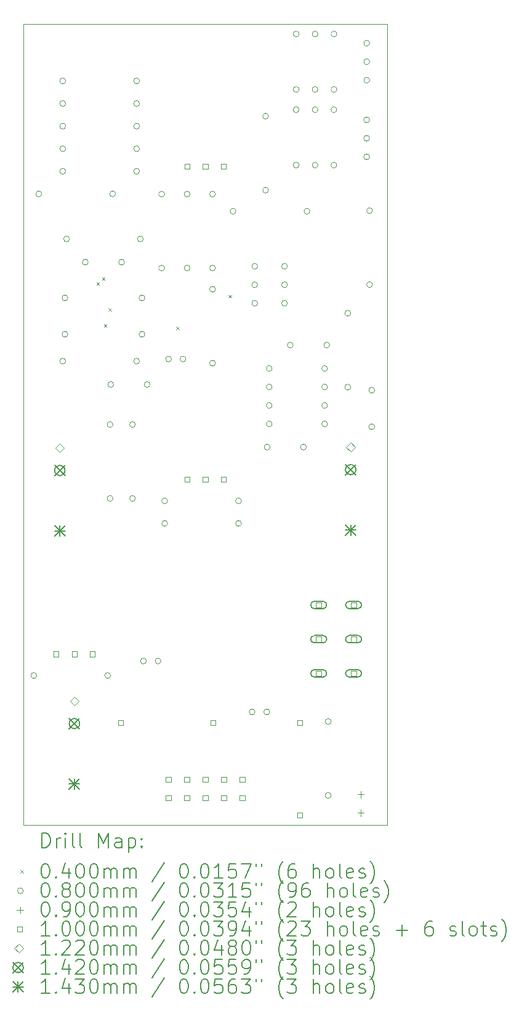
<source format=gbr>
%TF.GenerationSoftware,KiCad,Pcbnew,6.0.9+dfsg-1~bpo11+1*%
%TF.CreationDate,Date%
%TF.ProjectId,MS20-VCF,4d533230-2d56-4434-962e-6b696361645f,rev?*%
%TF.SameCoordinates,Original*%
%TF.FileFunction,Drillmap*%
%TF.FilePolarity,Positive*%
%FSLAX45Y45*%
G04 Gerber Fmt 4.5, Leading zero omitted, Abs format (unit mm)*
G04 Created by KiCad*
%MOMM*%
%LPD*%
G01*
G04 APERTURE LIST*
%ADD10C,0.050000*%
%ADD11C,0.200000*%
%ADD12C,0.040000*%
%ADD13C,0.080000*%
%ADD14C,0.090000*%
%ADD15C,0.100000*%
%ADD16C,0.122000*%
%ADD17C,0.142000*%
%ADD18C,0.143000*%
G04 APERTURE END LIST*
D10*
X8500000Y-3650000D02*
X8500000Y-14650000D01*
X3500000Y-3650000D02*
X8500000Y-3650000D01*
X3500000Y-3650000D02*
X3500000Y-14650000D01*
X3500000Y-14650000D02*
X8500000Y-14650000D01*
D11*
D12*
X4504112Y-7195047D02*
X4544112Y-7235047D01*
X4544112Y-7195047D02*
X4504112Y-7235047D01*
X4580000Y-7130000D02*
X4620000Y-7170000D01*
X4620000Y-7130000D02*
X4580000Y-7170000D01*
X4605050Y-7770500D02*
X4645050Y-7810500D01*
X4645050Y-7770500D02*
X4605050Y-7810500D01*
X4670000Y-7550000D02*
X4710000Y-7590000D01*
X4710000Y-7550000D02*
X4670000Y-7590000D01*
X5599539Y-7802457D02*
X5639539Y-7842457D01*
X5639539Y-7802457D02*
X5599539Y-7842457D01*
X6320000Y-7370000D02*
X6360000Y-7410000D01*
X6360000Y-7370000D02*
X6320000Y-7410000D01*
D13*
X3682000Y-12600000D02*
G75*
G03*
X3682000Y-12600000I-40000J0D01*
G01*
X3750000Y-5980000D02*
G75*
G03*
X3750000Y-5980000I-40000J0D01*
G01*
X4080000Y-4430000D02*
G75*
G03*
X4080000Y-4430000I-40000J0D01*
G01*
X4080000Y-4740000D02*
G75*
G03*
X4080000Y-4740000I-40000J0D01*
G01*
X4080000Y-5050000D02*
G75*
G03*
X4080000Y-5050000I-40000J0D01*
G01*
X4080000Y-5360000D02*
G75*
G03*
X4080000Y-5360000I-40000J0D01*
G01*
X4080000Y-5670000D02*
G75*
G03*
X4080000Y-5670000I-40000J0D01*
G01*
X4080000Y-8280000D02*
G75*
G03*
X4080000Y-8280000I-40000J0D01*
G01*
X4110000Y-7410000D02*
G75*
G03*
X4110000Y-7410000I-40000J0D01*
G01*
X4110000Y-7910000D02*
G75*
G03*
X4110000Y-7910000I-40000J0D01*
G01*
X4132000Y-6600000D02*
G75*
G03*
X4132000Y-6600000I-40000J0D01*
G01*
X4390000Y-6920000D02*
G75*
G03*
X4390000Y-6920000I-40000J0D01*
G01*
X4698000Y-12600000D02*
G75*
G03*
X4698000Y-12600000I-40000J0D01*
G01*
X4730000Y-9150000D02*
G75*
G03*
X4730000Y-9150000I-40000J0D01*
G01*
X4730000Y-10166000D02*
G75*
G03*
X4730000Y-10166000I-40000J0D01*
G01*
X4740000Y-8600000D02*
G75*
G03*
X4740000Y-8600000I-40000J0D01*
G01*
X4766000Y-5980000D02*
G75*
G03*
X4766000Y-5980000I-40000J0D01*
G01*
X4890000Y-6920000D02*
G75*
G03*
X4890000Y-6920000I-40000J0D01*
G01*
X5040000Y-9150000D02*
G75*
G03*
X5040000Y-9150000I-40000J0D01*
G01*
X5040000Y-10166000D02*
G75*
G03*
X5040000Y-10166000I-40000J0D01*
G01*
X5096000Y-4430000D02*
G75*
G03*
X5096000Y-4430000I-40000J0D01*
G01*
X5096000Y-4740000D02*
G75*
G03*
X5096000Y-4740000I-40000J0D01*
G01*
X5096000Y-5050000D02*
G75*
G03*
X5096000Y-5050000I-40000J0D01*
G01*
X5096000Y-5360000D02*
G75*
G03*
X5096000Y-5360000I-40000J0D01*
G01*
X5096000Y-5670000D02*
G75*
G03*
X5096000Y-5670000I-40000J0D01*
G01*
X5096000Y-8280000D02*
G75*
G03*
X5096000Y-8280000I-40000J0D01*
G01*
X5148000Y-6600000D02*
G75*
G03*
X5148000Y-6600000I-40000J0D01*
G01*
X5170000Y-7410000D02*
G75*
G03*
X5170000Y-7410000I-40000J0D01*
G01*
X5170000Y-7910000D02*
G75*
G03*
X5170000Y-7910000I-40000J0D01*
G01*
X5190000Y-12400000D02*
G75*
G03*
X5190000Y-12400000I-40000J0D01*
G01*
X5240000Y-8600000D02*
G75*
G03*
X5240000Y-8600000I-40000J0D01*
G01*
X5390000Y-12400000D02*
G75*
G03*
X5390000Y-12400000I-40000J0D01*
G01*
X5440000Y-5984000D02*
G75*
G03*
X5440000Y-5984000I-40000J0D01*
G01*
X5440000Y-7000000D02*
G75*
G03*
X5440000Y-7000000I-40000J0D01*
G01*
X5482000Y-10200000D02*
G75*
G03*
X5482000Y-10200000I-40000J0D01*
G01*
X5482000Y-10510000D02*
G75*
G03*
X5482000Y-10510000I-40000J0D01*
G01*
X5534489Y-8250000D02*
G75*
G03*
X5534489Y-8250000I-40000J0D01*
G01*
X5734489Y-8250000D02*
G75*
G03*
X5734489Y-8250000I-40000J0D01*
G01*
X5790000Y-5984000D02*
G75*
G03*
X5790000Y-5984000I-40000J0D01*
G01*
X5790000Y-7000000D02*
G75*
G03*
X5790000Y-7000000I-40000J0D01*
G01*
X6140000Y-5984000D02*
G75*
G03*
X6140000Y-5984000I-40000J0D01*
G01*
X6140000Y-7000000D02*
G75*
G03*
X6140000Y-7000000I-40000J0D01*
G01*
X6140000Y-7292000D02*
G75*
G03*
X6140000Y-7292000I-40000J0D01*
G01*
X6140000Y-8308000D02*
G75*
G03*
X6140000Y-8308000I-40000J0D01*
G01*
X6422000Y-6220000D02*
G75*
G03*
X6422000Y-6220000I-40000J0D01*
G01*
X6498000Y-10200000D02*
G75*
G03*
X6498000Y-10200000I-40000J0D01*
G01*
X6498000Y-10510000D02*
G75*
G03*
X6498000Y-10510000I-40000J0D01*
G01*
X6685511Y-13100000D02*
G75*
G03*
X6685511Y-13100000I-40000J0D01*
G01*
X6720000Y-6976000D02*
G75*
G03*
X6720000Y-6976000I-40000J0D01*
G01*
X6720000Y-7230000D02*
G75*
G03*
X6720000Y-7230000I-40000J0D01*
G01*
X6720000Y-7484000D02*
G75*
G03*
X6720000Y-7484000I-40000J0D01*
G01*
X6870000Y-4914000D02*
G75*
G03*
X6870000Y-4914000I-40000J0D01*
G01*
X6870000Y-5930000D02*
G75*
G03*
X6870000Y-5930000I-40000J0D01*
G01*
X6885511Y-13100000D02*
G75*
G03*
X6885511Y-13100000I-40000J0D01*
G01*
X6890000Y-9460000D02*
G75*
G03*
X6890000Y-9460000I-40000J0D01*
G01*
X6920000Y-8380000D02*
G75*
G03*
X6920000Y-8380000I-40000J0D01*
G01*
X6920000Y-8634000D02*
G75*
G03*
X6920000Y-8634000I-40000J0D01*
G01*
X6920000Y-8888000D02*
G75*
G03*
X6920000Y-8888000I-40000J0D01*
G01*
X6920000Y-9142000D02*
G75*
G03*
X6920000Y-9142000I-40000J0D01*
G01*
X7130000Y-6976000D02*
G75*
G03*
X7130000Y-6976000I-40000J0D01*
G01*
X7130000Y-7230000D02*
G75*
G03*
X7130000Y-7230000I-40000J0D01*
G01*
X7130000Y-7484000D02*
G75*
G03*
X7130000Y-7484000I-40000J0D01*
G01*
X7210000Y-8060000D02*
G75*
G03*
X7210000Y-8060000I-40000J0D01*
G01*
X7290000Y-3784000D02*
G75*
G03*
X7290000Y-3784000I-40000J0D01*
G01*
X7290000Y-4546000D02*
G75*
G03*
X7290000Y-4546000I-40000J0D01*
G01*
X7290000Y-4824000D02*
G75*
G03*
X7290000Y-4824000I-40000J0D01*
G01*
X7290000Y-5586000D02*
G75*
G03*
X7290000Y-5586000I-40000J0D01*
G01*
X7390000Y-9460000D02*
G75*
G03*
X7390000Y-9460000I-40000J0D01*
G01*
X7438000Y-6220000D02*
G75*
G03*
X7438000Y-6220000I-40000J0D01*
G01*
X7550000Y-3784000D02*
G75*
G03*
X7550000Y-3784000I-40000J0D01*
G01*
X7550000Y-4546000D02*
G75*
G03*
X7550000Y-4546000I-40000J0D01*
G01*
X7550000Y-4824000D02*
G75*
G03*
X7550000Y-4824000I-40000J0D01*
G01*
X7550000Y-5586000D02*
G75*
G03*
X7550000Y-5586000I-40000J0D01*
G01*
X7682000Y-8380000D02*
G75*
G03*
X7682000Y-8380000I-40000J0D01*
G01*
X7682000Y-8634000D02*
G75*
G03*
X7682000Y-8634000I-40000J0D01*
G01*
X7682000Y-8888000D02*
G75*
G03*
X7682000Y-8888000I-40000J0D01*
G01*
X7682000Y-9142000D02*
G75*
G03*
X7682000Y-9142000I-40000J0D01*
G01*
X7710000Y-8060000D02*
G75*
G03*
X7710000Y-8060000I-40000J0D01*
G01*
X7730000Y-13232000D02*
G75*
G03*
X7730000Y-13232000I-40000J0D01*
G01*
X7730000Y-14248000D02*
G75*
G03*
X7730000Y-14248000I-40000J0D01*
G01*
X7810000Y-3784000D02*
G75*
G03*
X7810000Y-3784000I-40000J0D01*
G01*
X7810000Y-4546000D02*
G75*
G03*
X7810000Y-4546000I-40000J0D01*
G01*
X7810000Y-4824000D02*
G75*
G03*
X7810000Y-4824000I-40000J0D01*
G01*
X7810000Y-5586000D02*
G75*
G03*
X7810000Y-5586000I-40000J0D01*
G01*
X8000000Y-7622000D02*
G75*
G03*
X8000000Y-7622000I-40000J0D01*
G01*
X8000000Y-8638000D02*
G75*
G03*
X8000000Y-8638000I-40000J0D01*
G01*
X8260000Y-3910000D02*
G75*
G03*
X8260000Y-3910000I-40000J0D01*
G01*
X8260000Y-4164000D02*
G75*
G03*
X8260000Y-4164000I-40000J0D01*
G01*
X8260000Y-4418000D02*
G75*
G03*
X8260000Y-4418000I-40000J0D01*
G01*
X8260000Y-4964000D02*
G75*
G03*
X8260000Y-4964000I-40000J0D01*
G01*
X8260000Y-5218000D02*
G75*
G03*
X8260000Y-5218000I-40000J0D01*
G01*
X8260000Y-5472000D02*
G75*
G03*
X8260000Y-5472000I-40000J0D01*
G01*
X8300000Y-6212000D02*
G75*
G03*
X8300000Y-6212000I-40000J0D01*
G01*
X8300000Y-7228000D02*
G75*
G03*
X8300000Y-7228000I-40000J0D01*
G01*
X8330000Y-8680000D02*
G75*
G03*
X8330000Y-8680000I-40000J0D01*
G01*
X8330000Y-9180000D02*
G75*
G03*
X8330000Y-9180000I-40000J0D01*
G01*
D14*
X8140000Y-14188500D02*
X8140000Y-14278500D01*
X8095000Y-14233500D02*
X8185000Y-14233500D01*
X8140000Y-14442500D02*
X8140000Y-14532500D01*
X8095000Y-14487500D02*
X8185000Y-14487500D01*
D15*
X3985356Y-12340356D02*
X3985356Y-12269644D01*
X3914644Y-12269644D01*
X3914644Y-12340356D01*
X3985356Y-12340356D01*
X4235356Y-12340356D02*
X4235356Y-12269644D01*
X4164644Y-12269644D01*
X4164644Y-12340356D01*
X4235356Y-12340356D01*
X4485356Y-12340356D02*
X4485356Y-12269644D01*
X4414644Y-12269644D01*
X4414644Y-12340356D01*
X4485356Y-12340356D01*
X4870356Y-13285356D02*
X4870356Y-13214644D01*
X4799644Y-13214644D01*
X4799644Y-13285356D01*
X4870356Y-13285356D01*
X5527856Y-14060106D02*
X5527856Y-13989394D01*
X5457144Y-13989394D01*
X5457144Y-14060106D01*
X5527856Y-14060106D01*
X5527856Y-14314106D02*
X5527856Y-14243394D01*
X5457144Y-14243394D01*
X5457144Y-14314106D01*
X5527856Y-14314106D01*
X5781856Y-14060106D02*
X5781856Y-13989394D01*
X5711144Y-13989394D01*
X5711144Y-14060106D01*
X5781856Y-14060106D01*
X5781856Y-14314106D02*
X5781856Y-14243394D01*
X5711144Y-14243394D01*
X5711144Y-14314106D01*
X5781856Y-14314106D01*
X5785356Y-5640356D02*
X5785356Y-5569644D01*
X5714644Y-5569644D01*
X5714644Y-5640356D01*
X5785356Y-5640356D01*
X5785356Y-9940356D02*
X5785356Y-9869644D01*
X5714644Y-9869644D01*
X5714644Y-9940356D01*
X5785356Y-9940356D01*
X6035356Y-5640356D02*
X6035356Y-5569644D01*
X5964644Y-5569644D01*
X5964644Y-5640356D01*
X6035356Y-5640356D01*
X6035356Y-9940356D02*
X6035356Y-9869644D01*
X5964644Y-9869644D01*
X5964644Y-9940356D01*
X6035356Y-9940356D01*
X6035856Y-14060106D02*
X6035856Y-13989394D01*
X5965144Y-13989394D01*
X5965144Y-14060106D01*
X6035856Y-14060106D01*
X6035856Y-14314106D02*
X6035856Y-14243394D01*
X5965144Y-14243394D01*
X5965144Y-14314106D01*
X6035856Y-14314106D01*
X6140356Y-13285356D02*
X6140356Y-13214644D01*
X6069644Y-13214644D01*
X6069644Y-13285356D01*
X6140356Y-13285356D01*
X6285356Y-5640356D02*
X6285356Y-5569644D01*
X6214644Y-5569644D01*
X6214644Y-5640356D01*
X6285356Y-5640356D01*
X6285356Y-9940356D02*
X6285356Y-9869644D01*
X6214644Y-9869644D01*
X6214644Y-9940356D01*
X6285356Y-9940356D01*
X6289856Y-14060106D02*
X6289856Y-13989394D01*
X6219144Y-13989394D01*
X6219144Y-14060106D01*
X6289856Y-14060106D01*
X6289856Y-14314106D02*
X6289856Y-14243394D01*
X6219144Y-14243394D01*
X6219144Y-14314106D01*
X6289856Y-14314106D01*
X6543856Y-14060106D02*
X6543856Y-13989394D01*
X6473144Y-13989394D01*
X6473144Y-14060106D01*
X6543856Y-14060106D01*
X6543856Y-14314106D02*
X6543856Y-14243394D01*
X6473144Y-14243394D01*
X6473144Y-14314106D01*
X6543856Y-14314106D01*
X7335356Y-13285356D02*
X7335356Y-13214644D01*
X7264644Y-13214644D01*
X7264644Y-13285356D01*
X7335356Y-13285356D01*
X7335356Y-14555356D02*
X7335356Y-14484644D01*
X7264644Y-14484644D01*
X7264644Y-14555356D01*
X7335356Y-14555356D01*
X7595356Y-11665356D02*
X7595356Y-11594644D01*
X7524644Y-11594644D01*
X7524644Y-11665356D01*
X7595356Y-11665356D01*
D11*
X7620000Y-11580000D02*
X7500000Y-11580000D01*
X7620000Y-11680000D02*
X7500000Y-11680000D01*
X7500000Y-11580000D02*
G75*
G03*
X7500000Y-11680000I0J-50000D01*
G01*
X7620000Y-11680000D02*
G75*
G03*
X7620000Y-11580000I0J50000D01*
G01*
D15*
X7595356Y-12135356D02*
X7595356Y-12064644D01*
X7524644Y-12064644D01*
X7524644Y-12135356D01*
X7595356Y-12135356D01*
D11*
X7620000Y-12050000D02*
X7500000Y-12050000D01*
X7620000Y-12150000D02*
X7500000Y-12150000D01*
X7500000Y-12050000D02*
G75*
G03*
X7500000Y-12150000I0J-50000D01*
G01*
X7620000Y-12150000D02*
G75*
G03*
X7620000Y-12050000I0J50000D01*
G01*
D15*
X7595356Y-12605356D02*
X7595356Y-12534644D01*
X7524644Y-12534644D01*
X7524644Y-12605356D01*
X7595356Y-12605356D01*
D11*
X7620000Y-12520000D02*
X7500000Y-12520000D01*
X7620000Y-12620000D02*
X7500000Y-12620000D01*
X7500000Y-12520000D02*
G75*
G03*
X7500000Y-12620000I0J-50000D01*
G01*
X7620000Y-12620000D02*
G75*
G03*
X7620000Y-12520000I0J50000D01*
G01*
D15*
X8075356Y-11665356D02*
X8075356Y-11594644D01*
X8004644Y-11594644D01*
X8004644Y-11665356D01*
X8075356Y-11665356D01*
D11*
X8100000Y-11580000D02*
X7980000Y-11580000D01*
X8100000Y-11680000D02*
X7980000Y-11680000D01*
X7980000Y-11580000D02*
G75*
G03*
X7980000Y-11680000I0J-50000D01*
G01*
X8100000Y-11680000D02*
G75*
G03*
X8100000Y-11580000I0J50000D01*
G01*
D15*
X8075356Y-12135356D02*
X8075356Y-12064644D01*
X8004644Y-12064644D01*
X8004644Y-12135356D01*
X8075356Y-12135356D01*
D11*
X8100000Y-12050000D02*
X7980000Y-12050000D01*
X8100000Y-12150000D02*
X7980000Y-12150000D01*
X7980000Y-12050000D02*
G75*
G03*
X7980000Y-12150000I0J-50000D01*
G01*
X8100000Y-12150000D02*
G75*
G03*
X8100000Y-12050000I0J50000D01*
G01*
D15*
X8075356Y-12605356D02*
X8075356Y-12534644D01*
X8004644Y-12534644D01*
X8004644Y-12605356D01*
X8075356Y-12605356D01*
D11*
X8100000Y-12520000D02*
X7980000Y-12520000D01*
X8100000Y-12620000D02*
X7980000Y-12620000D01*
X7980000Y-12520000D02*
G75*
G03*
X7980000Y-12620000I0J-50000D01*
G01*
X8100000Y-12620000D02*
G75*
G03*
X8100000Y-12520000I0J50000D01*
G01*
D16*
X4000000Y-9533000D02*
X4061000Y-9472000D01*
X4000000Y-9411000D01*
X3939000Y-9472000D01*
X4000000Y-9533000D01*
X4200000Y-13011000D02*
X4261000Y-12950000D01*
X4200000Y-12889000D01*
X4139000Y-12950000D01*
X4200000Y-13011000D01*
X8000000Y-9521000D02*
X8061000Y-9460000D01*
X8000000Y-9399000D01*
X7939000Y-9460000D01*
X8000000Y-9521000D01*
D17*
X3929000Y-9711000D02*
X4071000Y-9853000D01*
X4071000Y-9711000D02*
X3929000Y-9853000D01*
X4071000Y-9782000D02*
G75*
G03*
X4071000Y-9782000I-71000J0D01*
G01*
X4129000Y-13189000D02*
X4271000Y-13331000D01*
X4271000Y-13189000D02*
X4129000Y-13331000D01*
X4271000Y-13260000D02*
G75*
G03*
X4271000Y-13260000I-71000J0D01*
G01*
X7929000Y-9699000D02*
X8071000Y-9841000D01*
X8071000Y-9699000D02*
X7929000Y-9841000D01*
X8071000Y-9770000D02*
G75*
G03*
X8071000Y-9770000I-71000J0D01*
G01*
D18*
X3928500Y-10540500D02*
X4071500Y-10683500D01*
X4071500Y-10540500D02*
X3928500Y-10683500D01*
X4000000Y-10540500D02*
X4000000Y-10683500D01*
X3928500Y-10612000D02*
X4071500Y-10612000D01*
X4128500Y-14018500D02*
X4271500Y-14161500D01*
X4271500Y-14018500D02*
X4128500Y-14161500D01*
X4200000Y-14018500D02*
X4200000Y-14161500D01*
X4128500Y-14090000D02*
X4271500Y-14090000D01*
X7928500Y-10528500D02*
X8071500Y-10671500D01*
X8071500Y-10528500D02*
X7928500Y-10671500D01*
X8000000Y-10528500D02*
X8000000Y-10671500D01*
X7928500Y-10600000D02*
X8071500Y-10600000D01*
D11*
X3755119Y-14962976D02*
X3755119Y-14762976D01*
X3802738Y-14762976D01*
X3831309Y-14772500D01*
X3850357Y-14791548D01*
X3859881Y-14810595D01*
X3869405Y-14848690D01*
X3869405Y-14877262D01*
X3859881Y-14915357D01*
X3850357Y-14934405D01*
X3831309Y-14953452D01*
X3802738Y-14962976D01*
X3755119Y-14962976D01*
X3955119Y-14962976D02*
X3955119Y-14829643D01*
X3955119Y-14867738D02*
X3964643Y-14848690D01*
X3974167Y-14839167D01*
X3993214Y-14829643D01*
X4012262Y-14829643D01*
X4078928Y-14962976D02*
X4078928Y-14829643D01*
X4078928Y-14762976D02*
X4069405Y-14772500D01*
X4078928Y-14782024D01*
X4088452Y-14772500D01*
X4078928Y-14762976D01*
X4078928Y-14782024D01*
X4202738Y-14962976D02*
X4183690Y-14953452D01*
X4174167Y-14934405D01*
X4174167Y-14762976D01*
X4307500Y-14962976D02*
X4288452Y-14953452D01*
X4278929Y-14934405D01*
X4278929Y-14762976D01*
X4536071Y-14962976D02*
X4536071Y-14762976D01*
X4602738Y-14905833D01*
X4669405Y-14762976D01*
X4669405Y-14962976D01*
X4850357Y-14962976D02*
X4850357Y-14858214D01*
X4840833Y-14839167D01*
X4821786Y-14829643D01*
X4783690Y-14829643D01*
X4764643Y-14839167D01*
X4850357Y-14953452D02*
X4831310Y-14962976D01*
X4783690Y-14962976D01*
X4764643Y-14953452D01*
X4755119Y-14934405D01*
X4755119Y-14915357D01*
X4764643Y-14896309D01*
X4783690Y-14886786D01*
X4831310Y-14886786D01*
X4850357Y-14877262D01*
X4945595Y-14829643D02*
X4945595Y-15029643D01*
X4945595Y-14839167D02*
X4964643Y-14829643D01*
X5002738Y-14829643D01*
X5021786Y-14839167D01*
X5031310Y-14848690D01*
X5040833Y-14867738D01*
X5040833Y-14924881D01*
X5031310Y-14943928D01*
X5021786Y-14953452D01*
X5002738Y-14962976D01*
X4964643Y-14962976D01*
X4945595Y-14953452D01*
X5126548Y-14943928D02*
X5136071Y-14953452D01*
X5126548Y-14962976D01*
X5117024Y-14953452D01*
X5126548Y-14943928D01*
X5126548Y-14962976D01*
X5126548Y-14839167D02*
X5136071Y-14848690D01*
X5126548Y-14858214D01*
X5117024Y-14848690D01*
X5126548Y-14839167D01*
X5126548Y-14858214D01*
D12*
X3457500Y-15272500D02*
X3497500Y-15312500D01*
X3497500Y-15272500D02*
X3457500Y-15312500D01*
D11*
X3793214Y-15182976D02*
X3812262Y-15182976D01*
X3831309Y-15192500D01*
X3840833Y-15202024D01*
X3850357Y-15221071D01*
X3859881Y-15259167D01*
X3859881Y-15306786D01*
X3850357Y-15344881D01*
X3840833Y-15363928D01*
X3831309Y-15373452D01*
X3812262Y-15382976D01*
X3793214Y-15382976D01*
X3774167Y-15373452D01*
X3764643Y-15363928D01*
X3755119Y-15344881D01*
X3745595Y-15306786D01*
X3745595Y-15259167D01*
X3755119Y-15221071D01*
X3764643Y-15202024D01*
X3774167Y-15192500D01*
X3793214Y-15182976D01*
X3945595Y-15363928D02*
X3955119Y-15373452D01*
X3945595Y-15382976D01*
X3936071Y-15373452D01*
X3945595Y-15363928D01*
X3945595Y-15382976D01*
X4126548Y-15249643D02*
X4126548Y-15382976D01*
X4078928Y-15173452D02*
X4031309Y-15316309D01*
X4155119Y-15316309D01*
X4269405Y-15182976D02*
X4288452Y-15182976D01*
X4307500Y-15192500D01*
X4317024Y-15202024D01*
X4326548Y-15221071D01*
X4336071Y-15259167D01*
X4336071Y-15306786D01*
X4326548Y-15344881D01*
X4317024Y-15363928D01*
X4307500Y-15373452D01*
X4288452Y-15382976D01*
X4269405Y-15382976D01*
X4250357Y-15373452D01*
X4240833Y-15363928D01*
X4231310Y-15344881D01*
X4221786Y-15306786D01*
X4221786Y-15259167D01*
X4231310Y-15221071D01*
X4240833Y-15202024D01*
X4250357Y-15192500D01*
X4269405Y-15182976D01*
X4459881Y-15182976D02*
X4478929Y-15182976D01*
X4497976Y-15192500D01*
X4507500Y-15202024D01*
X4517024Y-15221071D01*
X4526548Y-15259167D01*
X4526548Y-15306786D01*
X4517024Y-15344881D01*
X4507500Y-15363928D01*
X4497976Y-15373452D01*
X4478929Y-15382976D01*
X4459881Y-15382976D01*
X4440833Y-15373452D01*
X4431310Y-15363928D01*
X4421786Y-15344881D01*
X4412262Y-15306786D01*
X4412262Y-15259167D01*
X4421786Y-15221071D01*
X4431310Y-15202024D01*
X4440833Y-15192500D01*
X4459881Y-15182976D01*
X4612262Y-15382976D02*
X4612262Y-15249643D01*
X4612262Y-15268690D02*
X4621786Y-15259167D01*
X4640833Y-15249643D01*
X4669405Y-15249643D01*
X4688452Y-15259167D01*
X4697976Y-15278214D01*
X4697976Y-15382976D01*
X4697976Y-15278214D02*
X4707500Y-15259167D01*
X4726548Y-15249643D01*
X4755119Y-15249643D01*
X4774167Y-15259167D01*
X4783690Y-15278214D01*
X4783690Y-15382976D01*
X4878929Y-15382976D02*
X4878929Y-15249643D01*
X4878929Y-15268690D02*
X4888452Y-15259167D01*
X4907500Y-15249643D01*
X4936071Y-15249643D01*
X4955119Y-15259167D01*
X4964643Y-15278214D01*
X4964643Y-15382976D01*
X4964643Y-15278214D02*
X4974167Y-15259167D01*
X4993214Y-15249643D01*
X5021786Y-15249643D01*
X5040833Y-15259167D01*
X5050357Y-15278214D01*
X5050357Y-15382976D01*
X5440833Y-15173452D02*
X5269405Y-15430595D01*
X5697976Y-15182976D02*
X5717024Y-15182976D01*
X5736071Y-15192500D01*
X5745595Y-15202024D01*
X5755119Y-15221071D01*
X5764643Y-15259167D01*
X5764643Y-15306786D01*
X5755119Y-15344881D01*
X5745595Y-15363928D01*
X5736071Y-15373452D01*
X5717024Y-15382976D01*
X5697976Y-15382976D01*
X5678928Y-15373452D01*
X5669405Y-15363928D01*
X5659881Y-15344881D01*
X5650357Y-15306786D01*
X5650357Y-15259167D01*
X5659881Y-15221071D01*
X5669405Y-15202024D01*
X5678928Y-15192500D01*
X5697976Y-15182976D01*
X5850357Y-15363928D02*
X5859881Y-15373452D01*
X5850357Y-15382976D01*
X5840833Y-15373452D01*
X5850357Y-15363928D01*
X5850357Y-15382976D01*
X5983690Y-15182976D02*
X6002738Y-15182976D01*
X6021786Y-15192500D01*
X6031309Y-15202024D01*
X6040833Y-15221071D01*
X6050357Y-15259167D01*
X6050357Y-15306786D01*
X6040833Y-15344881D01*
X6031309Y-15363928D01*
X6021786Y-15373452D01*
X6002738Y-15382976D01*
X5983690Y-15382976D01*
X5964643Y-15373452D01*
X5955119Y-15363928D01*
X5945595Y-15344881D01*
X5936071Y-15306786D01*
X5936071Y-15259167D01*
X5945595Y-15221071D01*
X5955119Y-15202024D01*
X5964643Y-15192500D01*
X5983690Y-15182976D01*
X6240833Y-15382976D02*
X6126548Y-15382976D01*
X6183690Y-15382976D02*
X6183690Y-15182976D01*
X6164643Y-15211548D01*
X6145595Y-15230595D01*
X6126548Y-15240119D01*
X6421786Y-15182976D02*
X6326548Y-15182976D01*
X6317024Y-15278214D01*
X6326548Y-15268690D01*
X6345595Y-15259167D01*
X6393214Y-15259167D01*
X6412262Y-15268690D01*
X6421786Y-15278214D01*
X6431309Y-15297262D01*
X6431309Y-15344881D01*
X6421786Y-15363928D01*
X6412262Y-15373452D01*
X6393214Y-15382976D01*
X6345595Y-15382976D01*
X6326548Y-15373452D01*
X6317024Y-15363928D01*
X6497976Y-15182976D02*
X6631309Y-15182976D01*
X6545595Y-15382976D01*
X6697976Y-15182976D02*
X6697976Y-15221071D01*
X6774167Y-15182976D02*
X6774167Y-15221071D01*
X7069405Y-15459167D02*
X7059881Y-15449643D01*
X7040833Y-15421071D01*
X7031309Y-15402024D01*
X7021786Y-15373452D01*
X7012262Y-15325833D01*
X7012262Y-15287738D01*
X7021786Y-15240119D01*
X7031309Y-15211548D01*
X7040833Y-15192500D01*
X7059881Y-15163928D01*
X7069405Y-15154405D01*
X7231309Y-15182976D02*
X7193214Y-15182976D01*
X7174167Y-15192500D01*
X7164643Y-15202024D01*
X7145595Y-15230595D01*
X7136071Y-15268690D01*
X7136071Y-15344881D01*
X7145595Y-15363928D01*
X7155119Y-15373452D01*
X7174167Y-15382976D01*
X7212262Y-15382976D01*
X7231309Y-15373452D01*
X7240833Y-15363928D01*
X7250357Y-15344881D01*
X7250357Y-15297262D01*
X7240833Y-15278214D01*
X7231309Y-15268690D01*
X7212262Y-15259167D01*
X7174167Y-15259167D01*
X7155119Y-15268690D01*
X7145595Y-15278214D01*
X7136071Y-15297262D01*
X7488452Y-15382976D02*
X7488452Y-15182976D01*
X7574167Y-15382976D02*
X7574167Y-15278214D01*
X7564643Y-15259167D01*
X7545595Y-15249643D01*
X7517024Y-15249643D01*
X7497976Y-15259167D01*
X7488452Y-15268690D01*
X7697976Y-15382976D02*
X7678928Y-15373452D01*
X7669405Y-15363928D01*
X7659881Y-15344881D01*
X7659881Y-15287738D01*
X7669405Y-15268690D01*
X7678928Y-15259167D01*
X7697976Y-15249643D01*
X7726548Y-15249643D01*
X7745595Y-15259167D01*
X7755119Y-15268690D01*
X7764643Y-15287738D01*
X7764643Y-15344881D01*
X7755119Y-15363928D01*
X7745595Y-15373452D01*
X7726548Y-15382976D01*
X7697976Y-15382976D01*
X7878928Y-15382976D02*
X7859881Y-15373452D01*
X7850357Y-15354405D01*
X7850357Y-15182976D01*
X8031309Y-15373452D02*
X8012262Y-15382976D01*
X7974167Y-15382976D01*
X7955119Y-15373452D01*
X7945595Y-15354405D01*
X7945595Y-15278214D01*
X7955119Y-15259167D01*
X7974167Y-15249643D01*
X8012262Y-15249643D01*
X8031309Y-15259167D01*
X8040833Y-15278214D01*
X8040833Y-15297262D01*
X7945595Y-15316309D01*
X8117024Y-15373452D02*
X8136071Y-15382976D01*
X8174167Y-15382976D01*
X8193214Y-15373452D01*
X8202738Y-15354405D01*
X8202738Y-15344881D01*
X8193214Y-15325833D01*
X8174167Y-15316309D01*
X8145595Y-15316309D01*
X8126548Y-15306786D01*
X8117024Y-15287738D01*
X8117024Y-15278214D01*
X8126548Y-15259167D01*
X8145595Y-15249643D01*
X8174167Y-15249643D01*
X8193214Y-15259167D01*
X8269405Y-15459167D02*
X8278928Y-15449643D01*
X8297976Y-15421071D01*
X8307500Y-15402024D01*
X8317024Y-15373452D01*
X8326548Y-15325833D01*
X8326548Y-15287738D01*
X8317024Y-15240119D01*
X8307500Y-15211548D01*
X8297976Y-15192500D01*
X8278928Y-15163928D01*
X8269405Y-15154405D01*
D13*
X3497500Y-15556500D02*
G75*
G03*
X3497500Y-15556500I-40000J0D01*
G01*
D11*
X3793214Y-15446976D02*
X3812262Y-15446976D01*
X3831309Y-15456500D01*
X3840833Y-15466024D01*
X3850357Y-15485071D01*
X3859881Y-15523167D01*
X3859881Y-15570786D01*
X3850357Y-15608881D01*
X3840833Y-15627928D01*
X3831309Y-15637452D01*
X3812262Y-15646976D01*
X3793214Y-15646976D01*
X3774167Y-15637452D01*
X3764643Y-15627928D01*
X3755119Y-15608881D01*
X3745595Y-15570786D01*
X3745595Y-15523167D01*
X3755119Y-15485071D01*
X3764643Y-15466024D01*
X3774167Y-15456500D01*
X3793214Y-15446976D01*
X3945595Y-15627928D02*
X3955119Y-15637452D01*
X3945595Y-15646976D01*
X3936071Y-15637452D01*
X3945595Y-15627928D01*
X3945595Y-15646976D01*
X4069405Y-15532690D02*
X4050357Y-15523167D01*
X4040833Y-15513643D01*
X4031309Y-15494595D01*
X4031309Y-15485071D01*
X4040833Y-15466024D01*
X4050357Y-15456500D01*
X4069405Y-15446976D01*
X4107500Y-15446976D01*
X4126548Y-15456500D01*
X4136071Y-15466024D01*
X4145595Y-15485071D01*
X4145595Y-15494595D01*
X4136071Y-15513643D01*
X4126548Y-15523167D01*
X4107500Y-15532690D01*
X4069405Y-15532690D01*
X4050357Y-15542214D01*
X4040833Y-15551738D01*
X4031309Y-15570786D01*
X4031309Y-15608881D01*
X4040833Y-15627928D01*
X4050357Y-15637452D01*
X4069405Y-15646976D01*
X4107500Y-15646976D01*
X4126548Y-15637452D01*
X4136071Y-15627928D01*
X4145595Y-15608881D01*
X4145595Y-15570786D01*
X4136071Y-15551738D01*
X4126548Y-15542214D01*
X4107500Y-15532690D01*
X4269405Y-15446976D02*
X4288452Y-15446976D01*
X4307500Y-15456500D01*
X4317024Y-15466024D01*
X4326548Y-15485071D01*
X4336071Y-15523167D01*
X4336071Y-15570786D01*
X4326548Y-15608881D01*
X4317024Y-15627928D01*
X4307500Y-15637452D01*
X4288452Y-15646976D01*
X4269405Y-15646976D01*
X4250357Y-15637452D01*
X4240833Y-15627928D01*
X4231310Y-15608881D01*
X4221786Y-15570786D01*
X4221786Y-15523167D01*
X4231310Y-15485071D01*
X4240833Y-15466024D01*
X4250357Y-15456500D01*
X4269405Y-15446976D01*
X4459881Y-15446976D02*
X4478929Y-15446976D01*
X4497976Y-15456500D01*
X4507500Y-15466024D01*
X4517024Y-15485071D01*
X4526548Y-15523167D01*
X4526548Y-15570786D01*
X4517024Y-15608881D01*
X4507500Y-15627928D01*
X4497976Y-15637452D01*
X4478929Y-15646976D01*
X4459881Y-15646976D01*
X4440833Y-15637452D01*
X4431310Y-15627928D01*
X4421786Y-15608881D01*
X4412262Y-15570786D01*
X4412262Y-15523167D01*
X4421786Y-15485071D01*
X4431310Y-15466024D01*
X4440833Y-15456500D01*
X4459881Y-15446976D01*
X4612262Y-15646976D02*
X4612262Y-15513643D01*
X4612262Y-15532690D02*
X4621786Y-15523167D01*
X4640833Y-15513643D01*
X4669405Y-15513643D01*
X4688452Y-15523167D01*
X4697976Y-15542214D01*
X4697976Y-15646976D01*
X4697976Y-15542214D02*
X4707500Y-15523167D01*
X4726548Y-15513643D01*
X4755119Y-15513643D01*
X4774167Y-15523167D01*
X4783690Y-15542214D01*
X4783690Y-15646976D01*
X4878929Y-15646976D02*
X4878929Y-15513643D01*
X4878929Y-15532690D02*
X4888452Y-15523167D01*
X4907500Y-15513643D01*
X4936071Y-15513643D01*
X4955119Y-15523167D01*
X4964643Y-15542214D01*
X4964643Y-15646976D01*
X4964643Y-15542214D02*
X4974167Y-15523167D01*
X4993214Y-15513643D01*
X5021786Y-15513643D01*
X5040833Y-15523167D01*
X5050357Y-15542214D01*
X5050357Y-15646976D01*
X5440833Y-15437452D02*
X5269405Y-15694595D01*
X5697976Y-15446976D02*
X5717024Y-15446976D01*
X5736071Y-15456500D01*
X5745595Y-15466024D01*
X5755119Y-15485071D01*
X5764643Y-15523167D01*
X5764643Y-15570786D01*
X5755119Y-15608881D01*
X5745595Y-15627928D01*
X5736071Y-15637452D01*
X5717024Y-15646976D01*
X5697976Y-15646976D01*
X5678928Y-15637452D01*
X5669405Y-15627928D01*
X5659881Y-15608881D01*
X5650357Y-15570786D01*
X5650357Y-15523167D01*
X5659881Y-15485071D01*
X5669405Y-15466024D01*
X5678928Y-15456500D01*
X5697976Y-15446976D01*
X5850357Y-15627928D02*
X5859881Y-15637452D01*
X5850357Y-15646976D01*
X5840833Y-15637452D01*
X5850357Y-15627928D01*
X5850357Y-15646976D01*
X5983690Y-15446976D02*
X6002738Y-15446976D01*
X6021786Y-15456500D01*
X6031309Y-15466024D01*
X6040833Y-15485071D01*
X6050357Y-15523167D01*
X6050357Y-15570786D01*
X6040833Y-15608881D01*
X6031309Y-15627928D01*
X6021786Y-15637452D01*
X6002738Y-15646976D01*
X5983690Y-15646976D01*
X5964643Y-15637452D01*
X5955119Y-15627928D01*
X5945595Y-15608881D01*
X5936071Y-15570786D01*
X5936071Y-15523167D01*
X5945595Y-15485071D01*
X5955119Y-15466024D01*
X5964643Y-15456500D01*
X5983690Y-15446976D01*
X6117024Y-15446976D02*
X6240833Y-15446976D01*
X6174167Y-15523167D01*
X6202738Y-15523167D01*
X6221786Y-15532690D01*
X6231309Y-15542214D01*
X6240833Y-15561262D01*
X6240833Y-15608881D01*
X6231309Y-15627928D01*
X6221786Y-15637452D01*
X6202738Y-15646976D01*
X6145595Y-15646976D01*
X6126548Y-15637452D01*
X6117024Y-15627928D01*
X6431309Y-15646976D02*
X6317024Y-15646976D01*
X6374167Y-15646976D02*
X6374167Y-15446976D01*
X6355119Y-15475548D01*
X6336071Y-15494595D01*
X6317024Y-15504119D01*
X6612262Y-15446976D02*
X6517024Y-15446976D01*
X6507500Y-15542214D01*
X6517024Y-15532690D01*
X6536071Y-15523167D01*
X6583690Y-15523167D01*
X6602738Y-15532690D01*
X6612262Y-15542214D01*
X6621786Y-15561262D01*
X6621786Y-15608881D01*
X6612262Y-15627928D01*
X6602738Y-15637452D01*
X6583690Y-15646976D01*
X6536071Y-15646976D01*
X6517024Y-15637452D01*
X6507500Y-15627928D01*
X6697976Y-15446976D02*
X6697976Y-15485071D01*
X6774167Y-15446976D02*
X6774167Y-15485071D01*
X7069405Y-15723167D02*
X7059881Y-15713643D01*
X7040833Y-15685071D01*
X7031309Y-15666024D01*
X7021786Y-15637452D01*
X7012262Y-15589833D01*
X7012262Y-15551738D01*
X7021786Y-15504119D01*
X7031309Y-15475548D01*
X7040833Y-15456500D01*
X7059881Y-15427928D01*
X7069405Y-15418405D01*
X7155119Y-15646976D02*
X7193214Y-15646976D01*
X7212262Y-15637452D01*
X7221786Y-15627928D01*
X7240833Y-15599357D01*
X7250357Y-15561262D01*
X7250357Y-15485071D01*
X7240833Y-15466024D01*
X7231309Y-15456500D01*
X7212262Y-15446976D01*
X7174167Y-15446976D01*
X7155119Y-15456500D01*
X7145595Y-15466024D01*
X7136071Y-15485071D01*
X7136071Y-15532690D01*
X7145595Y-15551738D01*
X7155119Y-15561262D01*
X7174167Y-15570786D01*
X7212262Y-15570786D01*
X7231309Y-15561262D01*
X7240833Y-15551738D01*
X7250357Y-15532690D01*
X7421786Y-15446976D02*
X7383690Y-15446976D01*
X7364643Y-15456500D01*
X7355119Y-15466024D01*
X7336071Y-15494595D01*
X7326548Y-15532690D01*
X7326548Y-15608881D01*
X7336071Y-15627928D01*
X7345595Y-15637452D01*
X7364643Y-15646976D01*
X7402738Y-15646976D01*
X7421786Y-15637452D01*
X7431309Y-15627928D01*
X7440833Y-15608881D01*
X7440833Y-15561262D01*
X7431309Y-15542214D01*
X7421786Y-15532690D01*
X7402738Y-15523167D01*
X7364643Y-15523167D01*
X7345595Y-15532690D01*
X7336071Y-15542214D01*
X7326548Y-15561262D01*
X7678928Y-15646976D02*
X7678928Y-15446976D01*
X7764643Y-15646976D02*
X7764643Y-15542214D01*
X7755119Y-15523167D01*
X7736071Y-15513643D01*
X7707500Y-15513643D01*
X7688452Y-15523167D01*
X7678928Y-15532690D01*
X7888452Y-15646976D02*
X7869405Y-15637452D01*
X7859881Y-15627928D01*
X7850357Y-15608881D01*
X7850357Y-15551738D01*
X7859881Y-15532690D01*
X7869405Y-15523167D01*
X7888452Y-15513643D01*
X7917024Y-15513643D01*
X7936071Y-15523167D01*
X7945595Y-15532690D01*
X7955119Y-15551738D01*
X7955119Y-15608881D01*
X7945595Y-15627928D01*
X7936071Y-15637452D01*
X7917024Y-15646976D01*
X7888452Y-15646976D01*
X8069405Y-15646976D02*
X8050357Y-15637452D01*
X8040833Y-15618405D01*
X8040833Y-15446976D01*
X8221786Y-15637452D02*
X8202738Y-15646976D01*
X8164643Y-15646976D01*
X8145595Y-15637452D01*
X8136071Y-15618405D01*
X8136071Y-15542214D01*
X8145595Y-15523167D01*
X8164643Y-15513643D01*
X8202738Y-15513643D01*
X8221786Y-15523167D01*
X8231309Y-15542214D01*
X8231309Y-15561262D01*
X8136071Y-15580309D01*
X8307500Y-15637452D02*
X8326548Y-15646976D01*
X8364643Y-15646976D01*
X8383690Y-15637452D01*
X8393214Y-15618405D01*
X8393214Y-15608881D01*
X8383690Y-15589833D01*
X8364643Y-15580309D01*
X8336071Y-15580309D01*
X8317024Y-15570786D01*
X8307500Y-15551738D01*
X8307500Y-15542214D01*
X8317024Y-15523167D01*
X8336071Y-15513643D01*
X8364643Y-15513643D01*
X8383690Y-15523167D01*
X8459881Y-15723167D02*
X8469405Y-15713643D01*
X8488452Y-15685071D01*
X8497976Y-15666024D01*
X8507500Y-15637452D01*
X8517024Y-15589833D01*
X8517024Y-15551738D01*
X8507500Y-15504119D01*
X8497976Y-15475548D01*
X8488452Y-15456500D01*
X8469405Y-15427928D01*
X8459881Y-15418405D01*
D14*
X3452500Y-15775500D02*
X3452500Y-15865500D01*
X3407500Y-15820500D02*
X3497500Y-15820500D01*
D11*
X3793214Y-15710976D02*
X3812262Y-15710976D01*
X3831309Y-15720500D01*
X3840833Y-15730024D01*
X3850357Y-15749071D01*
X3859881Y-15787167D01*
X3859881Y-15834786D01*
X3850357Y-15872881D01*
X3840833Y-15891928D01*
X3831309Y-15901452D01*
X3812262Y-15910976D01*
X3793214Y-15910976D01*
X3774167Y-15901452D01*
X3764643Y-15891928D01*
X3755119Y-15872881D01*
X3745595Y-15834786D01*
X3745595Y-15787167D01*
X3755119Y-15749071D01*
X3764643Y-15730024D01*
X3774167Y-15720500D01*
X3793214Y-15710976D01*
X3945595Y-15891928D02*
X3955119Y-15901452D01*
X3945595Y-15910976D01*
X3936071Y-15901452D01*
X3945595Y-15891928D01*
X3945595Y-15910976D01*
X4050357Y-15910976D02*
X4088452Y-15910976D01*
X4107500Y-15901452D01*
X4117024Y-15891928D01*
X4136071Y-15863357D01*
X4145595Y-15825262D01*
X4145595Y-15749071D01*
X4136071Y-15730024D01*
X4126548Y-15720500D01*
X4107500Y-15710976D01*
X4069405Y-15710976D01*
X4050357Y-15720500D01*
X4040833Y-15730024D01*
X4031309Y-15749071D01*
X4031309Y-15796690D01*
X4040833Y-15815738D01*
X4050357Y-15825262D01*
X4069405Y-15834786D01*
X4107500Y-15834786D01*
X4126548Y-15825262D01*
X4136071Y-15815738D01*
X4145595Y-15796690D01*
X4269405Y-15710976D02*
X4288452Y-15710976D01*
X4307500Y-15720500D01*
X4317024Y-15730024D01*
X4326548Y-15749071D01*
X4336071Y-15787167D01*
X4336071Y-15834786D01*
X4326548Y-15872881D01*
X4317024Y-15891928D01*
X4307500Y-15901452D01*
X4288452Y-15910976D01*
X4269405Y-15910976D01*
X4250357Y-15901452D01*
X4240833Y-15891928D01*
X4231310Y-15872881D01*
X4221786Y-15834786D01*
X4221786Y-15787167D01*
X4231310Y-15749071D01*
X4240833Y-15730024D01*
X4250357Y-15720500D01*
X4269405Y-15710976D01*
X4459881Y-15710976D02*
X4478929Y-15710976D01*
X4497976Y-15720500D01*
X4507500Y-15730024D01*
X4517024Y-15749071D01*
X4526548Y-15787167D01*
X4526548Y-15834786D01*
X4517024Y-15872881D01*
X4507500Y-15891928D01*
X4497976Y-15901452D01*
X4478929Y-15910976D01*
X4459881Y-15910976D01*
X4440833Y-15901452D01*
X4431310Y-15891928D01*
X4421786Y-15872881D01*
X4412262Y-15834786D01*
X4412262Y-15787167D01*
X4421786Y-15749071D01*
X4431310Y-15730024D01*
X4440833Y-15720500D01*
X4459881Y-15710976D01*
X4612262Y-15910976D02*
X4612262Y-15777643D01*
X4612262Y-15796690D02*
X4621786Y-15787167D01*
X4640833Y-15777643D01*
X4669405Y-15777643D01*
X4688452Y-15787167D01*
X4697976Y-15806214D01*
X4697976Y-15910976D01*
X4697976Y-15806214D02*
X4707500Y-15787167D01*
X4726548Y-15777643D01*
X4755119Y-15777643D01*
X4774167Y-15787167D01*
X4783690Y-15806214D01*
X4783690Y-15910976D01*
X4878929Y-15910976D02*
X4878929Y-15777643D01*
X4878929Y-15796690D02*
X4888452Y-15787167D01*
X4907500Y-15777643D01*
X4936071Y-15777643D01*
X4955119Y-15787167D01*
X4964643Y-15806214D01*
X4964643Y-15910976D01*
X4964643Y-15806214D02*
X4974167Y-15787167D01*
X4993214Y-15777643D01*
X5021786Y-15777643D01*
X5040833Y-15787167D01*
X5050357Y-15806214D01*
X5050357Y-15910976D01*
X5440833Y-15701452D02*
X5269405Y-15958595D01*
X5697976Y-15710976D02*
X5717024Y-15710976D01*
X5736071Y-15720500D01*
X5745595Y-15730024D01*
X5755119Y-15749071D01*
X5764643Y-15787167D01*
X5764643Y-15834786D01*
X5755119Y-15872881D01*
X5745595Y-15891928D01*
X5736071Y-15901452D01*
X5717024Y-15910976D01*
X5697976Y-15910976D01*
X5678928Y-15901452D01*
X5669405Y-15891928D01*
X5659881Y-15872881D01*
X5650357Y-15834786D01*
X5650357Y-15787167D01*
X5659881Y-15749071D01*
X5669405Y-15730024D01*
X5678928Y-15720500D01*
X5697976Y-15710976D01*
X5850357Y-15891928D02*
X5859881Y-15901452D01*
X5850357Y-15910976D01*
X5840833Y-15901452D01*
X5850357Y-15891928D01*
X5850357Y-15910976D01*
X5983690Y-15710976D02*
X6002738Y-15710976D01*
X6021786Y-15720500D01*
X6031309Y-15730024D01*
X6040833Y-15749071D01*
X6050357Y-15787167D01*
X6050357Y-15834786D01*
X6040833Y-15872881D01*
X6031309Y-15891928D01*
X6021786Y-15901452D01*
X6002738Y-15910976D01*
X5983690Y-15910976D01*
X5964643Y-15901452D01*
X5955119Y-15891928D01*
X5945595Y-15872881D01*
X5936071Y-15834786D01*
X5936071Y-15787167D01*
X5945595Y-15749071D01*
X5955119Y-15730024D01*
X5964643Y-15720500D01*
X5983690Y-15710976D01*
X6117024Y-15710976D02*
X6240833Y-15710976D01*
X6174167Y-15787167D01*
X6202738Y-15787167D01*
X6221786Y-15796690D01*
X6231309Y-15806214D01*
X6240833Y-15825262D01*
X6240833Y-15872881D01*
X6231309Y-15891928D01*
X6221786Y-15901452D01*
X6202738Y-15910976D01*
X6145595Y-15910976D01*
X6126548Y-15901452D01*
X6117024Y-15891928D01*
X6421786Y-15710976D02*
X6326548Y-15710976D01*
X6317024Y-15806214D01*
X6326548Y-15796690D01*
X6345595Y-15787167D01*
X6393214Y-15787167D01*
X6412262Y-15796690D01*
X6421786Y-15806214D01*
X6431309Y-15825262D01*
X6431309Y-15872881D01*
X6421786Y-15891928D01*
X6412262Y-15901452D01*
X6393214Y-15910976D01*
X6345595Y-15910976D01*
X6326548Y-15901452D01*
X6317024Y-15891928D01*
X6602738Y-15777643D02*
X6602738Y-15910976D01*
X6555119Y-15701452D02*
X6507500Y-15844309D01*
X6631309Y-15844309D01*
X6697976Y-15710976D02*
X6697976Y-15749071D01*
X6774167Y-15710976D02*
X6774167Y-15749071D01*
X7069405Y-15987167D02*
X7059881Y-15977643D01*
X7040833Y-15949071D01*
X7031309Y-15930024D01*
X7021786Y-15901452D01*
X7012262Y-15853833D01*
X7012262Y-15815738D01*
X7021786Y-15768119D01*
X7031309Y-15739548D01*
X7040833Y-15720500D01*
X7059881Y-15691928D01*
X7069405Y-15682405D01*
X7136071Y-15730024D02*
X7145595Y-15720500D01*
X7164643Y-15710976D01*
X7212262Y-15710976D01*
X7231309Y-15720500D01*
X7240833Y-15730024D01*
X7250357Y-15749071D01*
X7250357Y-15768119D01*
X7240833Y-15796690D01*
X7126548Y-15910976D01*
X7250357Y-15910976D01*
X7488452Y-15910976D02*
X7488452Y-15710976D01*
X7574167Y-15910976D02*
X7574167Y-15806214D01*
X7564643Y-15787167D01*
X7545595Y-15777643D01*
X7517024Y-15777643D01*
X7497976Y-15787167D01*
X7488452Y-15796690D01*
X7697976Y-15910976D02*
X7678928Y-15901452D01*
X7669405Y-15891928D01*
X7659881Y-15872881D01*
X7659881Y-15815738D01*
X7669405Y-15796690D01*
X7678928Y-15787167D01*
X7697976Y-15777643D01*
X7726548Y-15777643D01*
X7745595Y-15787167D01*
X7755119Y-15796690D01*
X7764643Y-15815738D01*
X7764643Y-15872881D01*
X7755119Y-15891928D01*
X7745595Y-15901452D01*
X7726548Y-15910976D01*
X7697976Y-15910976D01*
X7878928Y-15910976D02*
X7859881Y-15901452D01*
X7850357Y-15882405D01*
X7850357Y-15710976D01*
X8031309Y-15901452D02*
X8012262Y-15910976D01*
X7974167Y-15910976D01*
X7955119Y-15901452D01*
X7945595Y-15882405D01*
X7945595Y-15806214D01*
X7955119Y-15787167D01*
X7974167Y-15777643D01*
X8012262Y-15777643D01*
X8031309Y-15787167D01*
X8040833Y-15806214D01*
X8040833Y-15825262D01*
X7945595Y-15844309D01*
X8117024Y-15901452D02*
X8136071Y-15910976D01*
X8174167Y-15910976D01*
X8193214Y-15901452D01*
X8202738Y-15882405D01*
X8202738Y-15872881D01*
X8193214Y-15853833D01*
X8174167Y-15844309D01*
X8145595Y-15844309D01*
X8126548Y-15834786D01*
X8117024Y-15815738D01*
X8117024Y-15806214D01*
X8126548Y-15787167D01*
X8145595Y-15777643D01*
X8174167Y-15777643D01*
X8193214Y-15787167D01*
X8269405Y-15987167D02*
X8278928Y-15977643D01*
X8297976Y-15949071D01*
X8307500Y-15930024D01*
X8317024Y-15901452D01*
X8326548Y-15853833D01*
X8326548Y-15815738D01*
X8317024Y-15768119D01*
X8307500Y-15739548D01*
X8297976Y-15720500D01*
X8278928Y-15691928D01*
X8269405Y-15682405D01*
D15*
X3482856Y-16119856D02*
X3482856Y-16049144D01*
X3412144Y-16049144D01*
X3412144Y-16119856D01*
X3482856Y-16119856D01*
D11*
X3859881Y-16174976D02*
X3745595Y-16174976D01*
X3802738Y-16174976D02*
X3802738Y-15974976D01*
X3783690Y-16003548D01*
X3764643Y-16022595D01*
X3745595Y-16032119D01*
X3945595Y-16155928D02*
X3955119Y-16165452D01*
X3945595Y-16174976D01*
X3936071Y-16165452D01*
X3945595Y-16155928D01*
X3945595Y-16174976D01*
X4078928Y-15974976D02*
X4097976Y-15974976D01*
X4117024Y-15984500D01*
X4126548Y-15994024D01*
X4136071Y-16013071D01*
X4145595Y-16051167D01*
X4145595Y-16098786D01*
X4136071Y-16136881D01*
X4126548Y-16155928D01*
X4117024Y-16165452D01*
X4097976Y-16174976D01*
X4078928Y-16174976D01*
X4059881Y-16165452D01*
X4050357Y-16155928D01*
X4040833Y-16136881D01*
X4031309Y-16098786D01*
X4031309Y-16051167D01*
X4040833Y-16013071D01*
X4050357Y-15994024D01*
X4059881Y-15984500D01*
X4078928Y-15974976D01*
X4269405Y-15974976D02*
X4288452Y-15974976D01*
X4307500Y-15984500D01*
X4317024Y-15994024D01*
X4326548Y-16013071D01*
X4336071Y-16051167D01*
X4336071Y-16098786D01*
X4326548Y-16136881D01*
X4317024Y-16155928D01*
X4307500Y-16165452D01*
X4288452Y-16174976D01*
X4269405Y-16174976D01*
X4250357Y-16165452D01*
X4240833Y-16155928D01*
X4231310Y-16136881D01*
X4221786Y-16098786D01*
X4221786Y-16051167D01*
X4231310Y-16013071D01*
X4240833Y-15994024D01*
X4250357Y-15984500D01*
X4269405Y-15974976D01*
X4459881Y-15974976D02*
X4478929Y-15974976D01*
X4497976Y-15984500D01*
X4507500Y-15994024D01*
X4517024Y-16013071D01*
X4526548Y-16051167D01*
X4526548Y-16098786D01*
X4517024Y-16136881D01*
X4507500Y-16155928D01*
X4497976Y-16165452D01*
X4478929Y-16174976D01*
X4459881Y-16174976D01*
X4440833Y-16165452D01*
X4431310Y-16155928D01*
X4421786Y-16136881D01*
X4412262Y-16098786D01*
X4412262Y-16051167D01*
X4421786Y-16013071D01*
X4431310Y-15994024D01*
X4440833Y-15984500D01*
X4459881Y-15974976D01*
X4612262Y-16174976D02*
X4612262Y-16041643D01*
X4612262Y-16060690D02*
X4621786Y-16051167D01*
X4640833Y-16041643D01*
X4669405Y-16041643D01*
X4688452Y-16051167D01*
X4697976Y-16070214D01*
X4697976Y-16174976D01*
X4697976Y-16070214D02*
X4707500Y-16051167D01*
X4726548Y-16041643D01*
X4755119Y-16041643D01*
X4774167Y-16051167D01*
X4783690Y-16070214D01*
X4783690Y-16174976D01*
X4878929Y-16174976D02*
X4878929Y-16041643D01*
X4878929Y-16060690D02*
X4888452Y-16051167D01*
X4907500Y-16041643D01*
X4936071Y-16041643D01*
X4955119Y-16051167D01*
X4964643Y-16070214D01*
X4964643Y-16174976D01*
X4964643Y-16070214D02*
X4974167Y-16051167D01*
X4993214Y-16041643D01*
X5021786Y-16041643D01*
X5040833Y-16051167D01*
X5050357Y-16070214D01*
X5050357Y-16174976D01*
X5440833Y-15965452D02*
X5269405Y-16222595D01*
X5697976Y-15974976D02*
X5717024Y-15974976D01*
X5736071Y-15984500D01*
X5745595Y-15994024D01*
X5755119Y-16013071D01*
X5764643Y-16051167D01*
X5764643Y-16098786D01*
X5755119Y-16136881D01*
X5745595Y-16155928D01*
X5736071Y-16165452D01*
X5717024Y-16174976D01*
X5697976Y-16174976D01*
X5678928Y-16165452D01*
X5669405Y-16155928D01*
X5659881Y-16136881D01*
X5650357Y-16098786D01*
X5650357Y-16051167D01*
X5659881Y-16013071D01*
X5669405Y-15994024D01*
X5678928Y-15984500D01*
X5697976Y-15974976D01*
X5850357Y-16155928D02*
X5859881Y-16165452D01*
X5850357Y-16174976D01*
X5840833Y-16165452D01*
X5850357Y-16155928D01*
X5850357Y-16174976D01*
X5983690Y-15974976D02*
X6002738Y-15974976D01*
X6021786Y-15984500D01*
X6031309Y-15994024D01*
X6040833Y-16013071D01*
X6050357Y-16051167D01*
X6050357Y-16098786D01*
X6040833Y-16136881D01*
X6031309Y-16155928D01*
X6021786Y-16165452D01*
X6002738Y-16174976D01*
X5983690Y-16174976D01*
X5964643Y-16165452D01*
X5955119Y-16155928D01*
X5945595Y-16136881D01*
X5936071Y-16098786D01*
X5936071Y-16051167D01*
X5945595Y-16013071D01*
X5955119Y-15994024D01*
X5964643Y-15984500D01*
X5983690Y-15974976D01*
X6117024Y-15974976D02*
X6240833Y-15974976D01*
X6174167Y-16051167D01*
X6202738Y-16051167D01*
X6221786Y-16060690D01*
X6231309Y-16070214D01*
X6240833Y-16089262D01*
X6240833Y-16136881D01*
X6231309Y-16155928D01*
X6221786Y-16165452D01*
X6202738Y-16174976D01*
X6145595Y-16174976D01*
X6126548Y-16165452D01*
X6117024Y-16155928D01*
X6336071Y-16174976D02*
X6374167Y-16174976D01*
X6393214Y-16165452D01*
X6402738Y-16155928D01*
X6421786Y-16127357D01*
X6431309Y-16089262D01*
X6431309Y-16013071D01*
X6421786Y-15994024D01*
X6412262Y-15984500D01*
X6393214Y-15974976D01*
X6355119Y-15974976D01*
X6336071Y-15984500D01*
X6326548Y-15994024D01*
X6317024Y-16013071D01*
X6317024Y-16060690D01*
X6326548Y-16079738D01*
X6336071Y-16089262D01*
X6355119Y-16098786D01*
X6393214Y-16098786D01*
X6412262Y-16089262D01*
X6421786Y-16079738D01*
X6431309Y-16060690D01*
X6602738Y-16041643D02*
X6602738Y-16174976D01*
X6555119Y-15965452D02*
X6507500Y-16108309D01*
X6631309Y-16108309D01*
X6697976Y-15974976D02*
X6697976Y-16013071D01*
X6774167Y-15974976D02*
X6774167Y-16013071D01*
X7069405Y-16251167D02*
X7059881Y-16241643D01*
X7040833Y-16213071D01*
X7031309Y-16194024D01*
X7021786Y-16165452D01*
X7012262Y-16117833D01*
X7012262Y-16079738D01*
X7021786Y-16032119D01*
X7031309Y-16003548D01*
X7040833Y-15984500D01*
X7059881Y-15955928D01*
X7069405Y-15946405D01*
X7136071Y-15994024D02*
X7145595Y-15984500D01*
X7164643Y-15974976D01*
X7212262Y-15974976D01*
X7231309Y-15984500D01*
X7240833Y-15994024D01*
X7250357Y-16013071D01*
X7250357Y-16032119D01*
X7240833Y-16060690D01*
X7126548Y-16174976D01*
X7250357Y-16174976D01*
X7317024Y-15974976D02*
X7440833Y-15974976D01*
X7374167Y-16051167D01*
X7402738Y-16051167D01*
X7421786Y-16060690D01*
X7431309Y-16070214D01*
X7440833Y-16089262D01*
X7440833Y-16136881D01*
X7431309Y-16155928D01*
X7421786Y-16165452D01*
X7402738Y-16174976D01*
X7345595Y-16174976D01*
X7326548Y-16165452D01*
X7317024Y-16155928D01*
X7678928Y-16174976D02*
X7678928Y-15974976D01*
X7764643Y-16174976D02*
X7764643Y-16070214D01*
X7755119Y-16051167D01*
X7736071Y-16041643D01*
X7707500Y-16041643D01*
X7688452Y-16051167D01*
X7678928Y-16060690D01*
X7888452Y-16174976D02*
X7869405Y-16165452D01*
X7859881Y-16155928D01*
X7850357Y-16136881D01*
X7850357Y-16079738D01*
X7859881Y-16060690D01*
X7869405Y-16051167D01*
X7888452Y-16041643D01*
X7917024Y-16041643D01*
X7936071Y-16051167D01*
X7945595Y-16060690D01*
X7955119Y-16079738D01*
X7955119Y-16136881D01*
X7945595Y-16155928D01*
X7936071Y-16165452D01*
X7917024Y-16174976D01*
X7888452Y-16174976D01*
X8069405Y-16174976D02*
X8050357Y-16165452D01*
X8040833Y-16146405D01*
X8040833Y-15974976D01*
X8221786Y-16165452D02*
X8202738Y-16174976D01*
X8164643Y-16174976D01*
X8145595Y-16165452D01*
X8136071Y-16146405D01*
X8136071Y-16070214D01*
X8145595Y-16051167D01*
X8164643Y-16041643D01*
X8202738Y-16041643D01*
X8221786Y-16051167D01*
X8231309Y-16070214D01*
X8231309Y-16089262D01*
X8136071Y-16108309D01*
X8307500Y-16165452D02*
X8326548Y-16174976D01*
X8364643Y-16174976D01*
X8383690Y-16165452D01*
X8393214Y-16146405D01*
X8393214Y-16136881D01*
X8383690Y-16117833D01*
X8364643Y-16108309D01*
X8336071Y-16108309D01*
X8317024Y-16098786D01*
X8307500Y-16079738D01*
X8307500Y-16070214D01*
X8317024Y-16051167D01*
X8336071Y-16041643D01*
X8364643Y-16041643D01*
X8383690Y-16051167D01*
X8631310Y-16098786D02*
X8783690Y-16098786D01*
X8707500Y-16174976D02*
X8707500Y-16022595D01*
X9117024Y-15974976D02*
X9078929Y-15974976D01*
X9059881Y-15984500D01*
X9050357Y-15994024D01*
X9031310Y-16022595D01*
X9021786Y-16060690D01*
X9021786Y-16136881D01*
X9031310Y-16155928D01*
X9040833Y-16165452D01*
X9059881Y-16174976D01*
X9097976Y-16174976D01*
X9117024Y-16165452D01*
X9126548Y-16155928D01*
X9136071Y-16136881D01*
X9136071Y-16089262D01*
X9126548Y-16070214D01*
X9117024Y-16060690D01*
X9097976Y-16051167D01*
X9059881Y-16051167D01*
X9040833Y-16060690D01*
X9031310Y-16070214D01*
X9021786Y-16089262D01*
X9364643Y-16165452D02*
X9383690Y-16174976D01*
X9421786Y-16174976D01*
X9440833Y-16165452D01*
X9450357Y-16146405D01*
X9450357Y-16136881D01*
X9440833Y-16117833D01*
X9421786Y-16108309D01*
X9393214Y-16108309D01*
X9374167Y-16098786D01*
X9364643Y-16079738D01*
X9364643Y-16070214D01*
X9374167Y-16051167D01*
X9393214Y-16041643D01*
X9421786Y-16041643D01*
X9440833Y-16051167D01*
X9564643Y-16174976D02*
X9545595Y-16165452D01*
X9536071Y-16146405D01*
X9536071Y-15974976D01*
X9669405Y-16174976D02*
X9650357Y-16165452D01*
X9640833Y-16155928D01*
X9631310Y-16136881D01*
X9631310Y-16079738D01*
X9640833Y-16060690D01*
X9650357Y-16051167D01*
X9669405Y-16041643D01*
X9697976Y-16041643D01*
X9717024Y-16051167D01*
X9726548Y-16060690D01*
X9736071Y-16079738D01*
X9736071Y-16136881D01*
X9726548Y-16155928D01*
X9717024Y-16165452D01*
X9697976Y-16174976D01*
X9669405Y-16174976D01*
X9793214Y-16041643D02*
X9869405Y-16041643D01*
X9821786Y-15974976D02*
X9821786Y-16146405D01*
X9831310Y-16165452D01*
X9850357Y-16174976D01*
X9869405Y-16174976D01*
X9926548Y-16165452D02*
X9945595Y-16174976D01*
X9983690Y-16174976D01*
X10002738Y-16165452D01*
X10012262Y-16146405D01*
X10012262Y-16136881D01*
X10002738Y-16117833D01*
X9983690Y-16108309D01*
X9955119Y-16108309D01*
X9936071Y-16098786D01*
X9926548Y-16079738D01*
X9926548Y-16070214D01*
X9936071Y-16051167D01*
X9955119Y-16041643D01*
X9983690Y-16041643D01*
X10002738Y-16051167D01*
X10078929Y-16251167D02*
X10088452Y-16241643D01*
X10107500Y-16213071D01*
X10117024Y-16194024D01*
X10126548Y-16165452D01*
X10136071Y-16117833D01*
X10136071Y-16079738D01*
X10126548Y-16032119D01*
X10117024Y-16003548D01*
X10107500Y-15984500D01*
X10088452Y-15955928D01*
X10078929Y-15946405D01*
D16*
X3436500Y-16409500D02*
X3497500Y-16348500D01*
X3436500Y-16287500D01*
X3375500Y-16348500D01*
X3436500Y-16409500D01*
D11*
X3859881Y-16438976D02*
X3745595Y-16438976D01*
X3802738Y-16438976D02*
X3802738Y-16238976D01*
X3783690Y-16267548D01*
X3764643Y-16286595D01*
X3745595Y-16296119D01*
X3945595Y-16419928D02*
X3955119Y-16429452D01*
X3945595Y-16438976D01*
X3936071Y-16429452D01*
X3945595Y-16419928D01*
X3945595Y-16438976D01*
X4031309Y-16258024D02*
X4040833Y-16248500D01*
X4059881Y-16238976D01*
X4107500Y-16238976D01*
X4126548Y-16248500D01*
X4136071Y-16258024D01*
X4145595Y-16277071D01*
X4145595Y-16296119D01*
X4136071Y-16324690D01*
X4021786Y-16438976D01*
X4145595Y-16438976D01*
X4221786Y-16258024D02*
X4231310Y-16248500D01*
X4250357Y-16238976D01*
X4297976Y-16238976D01*
X4317024Y-16248500D01*
X4326548Y-16258024D01*
X4336071Y-16277071D01*
X4336071Y-16296119D01*
X4326548Y-16324690D01*
X4212262Y-16438976D01*
X4336071Y-16438976D01*
X4459881Y-16238976D02*
X4478929Y-16238976D01*
X4497976Y-16248500D01*
X4507500Y-16258024D01*
X4517024Y-16277071D01*
X4526548Y-16315167D01*
X4526548Y-16362786D01*
X4517024Y-16400881D01*
X4507500Y-16419928D01*
X4497976Y-16429452D01*
X4478929Y-16438976D01*
X4459881Y-16438976D01*
X4440833Y-16429452D01*
X4431310Y-16419928D01*
X4421786Y-16400881D01*
X4412262Y-16362786D01*
X4412262Y-16315167D01*
X4421786Y-16277071D01*
X4431310Y-16258024D01*
X4440833Y-16248500D01*
X4459881Y-16238976D01*
X4612262Y-16438976D02*
X4612262Y-16305643D01*
X4612262Y-16324690D02*
X4621786Y-16315167D01*
X4640833Y-16305643D01*
X4669405Y-16305643D01*
X4688452Y-16315167D01*
X4697976Y-16334214D01*
X4697976Y-16438976D01*
X4697976Y-16334214D02*
X4707500Y-16315167D01*
X4726548Y-16305643D01*
X4755119Y-16305643D01*
X4774167Y-16315167D01*
X4783690Y-16334214D01*
X4783690Y-16438976D01*
X4878929Y-16438976D02*
X4878929Y-16305643D01*
X4878929Y-16324690D02*
X4888452Y-16315167D01*
X4907500Y-16305643D01*
X4936071Y-16305643D01*
X4955119Y-16315167D01*
X4964643Y-16334214D01*
X4964643Y-16438976D01*
X4964643Y-16334214D02*
X4974167Y-16315167D01*
X4993214Y-16305643D01*
X5021786Y-16305643D01*
X5040833Y-16315167D01*
X5050357Y-16334214D01*
X5050357Y-16438976D01*
X5440833Y-16229452D02*
X5269405Y-16486595D01*
X5697976Y-16238976D02*
X5717024Y-16238976D01*
X5736071Y-16248500D01*
X5745595Y-16258024D01*
X5755119Y-16277071D01*
X5764643Y-16315167D01*
X5764643Y-16362786D01*
X5755119Y-16400881D01*
X5745595Y-16419928D01*
X5736071Y-16429452D01*
X5717024Y-16438976D01*
X5697976Y-16438976D01*
X5678928Y-16429452D01*
X5669405Y-16419928D01*
X5659881Y-16400881D01*
X5650357Y-16362786D01*
X5650357Y-16315167D01*
X5659881Y-16277071D01*
X5669405Y-16258024D01*
X5678928Y-16248500D01*
X5697976Y-16238976D01*
X5850357Y-16419928D02*
X5859881Y-16429452D01*
X5850357Y-16438976D01*
X5840833Y-16429452D01*
X5850357Y-16419928D01*
X5850357Y-16438976D01*
X5983690Y-16238976D02*
X6002738Y-16238976D01*
X6021786Y-16248500D01*
X6031309Y-16258024D01*
X6040833Y-16277071D01*
X6050357Y-16315167D01*
X6050357Y-16362786D01*
X6040833Y-16400881D01*
X6031309Y-16419928D01*
X6021786Y-16429452D01*
X6002738Y-16438976D01*
X5983690Y-16438976D01*
X5964643Y-16429452D01*
X5955119Y-16419928D01*
X5945595Y-16400881D01*
X5936071Y-16362786D01*
X5936071Y-16315167D01*
X5945595Y-16277071D01*
X5955119Y-16258024D01*
X5964643Y-16248500D01*
X5983690Y-16238976D01*
X6221786Y-16305643D02*
X6221786Y-16438976D01*
X6174167Y-16229452D02*
X6126548Y-16372309D01*
X6250357Y-16372309D01*
X6355119Y-16324690D02*
X6336071Y-16315167D01*
X6326548Y-16305643D01*
X6317024Y-16286595D01*
X6317024Y-16277071D01*
X6326548Y-16258024D01*
X6336071Y-16248500D01*
X6355119Y-16238976D01*
X6393214Y-16238976D01*
X6412262Y-16248500D01*
X6421786Y-16258024D01*
X6431309Y-16277071D01*
X6431309Y-16286595D01*
X6421786Y-16305643D01*
X6412262Y-16315167D01*
X6393214Y-16324690D01*
X6355119Y-16324690D01*
X6336071Y-16334214D01*
X6326548Y-16343738D01*
X6317024Y-16362786D01*
X6317024Y-16400881D01*
X6326548Y-16419928D01*
X6336071Y-16429452D01*
X6355119Y-16438976D01*
X6393214Y-16438976D01*
X6412262Y-16429452D01*
X6421786Y-16419928D01*
X6431309Y-16400881D01*
X6431309Y-16362786D01*
X6421786Y-16343738D01*
X6412262Y-16334214D01*
X6393214Y-16324690D01*
X6555119Y-16238976D02*
X6574167Y-16238976D01*
X6593214Y-16248500D01*
X6602738Y-16258024D01*
X6612262Y-16277071D01*
X6621786Y-16315167D01*
X6621786Y-16362786D01*
X6612262Y-16400881D01*
X6602738Y-16419928D01*
X6593214Y-16429452D01*
X6574167Y-16438976D01*
X6555119Y-16438976D01*
X6536071Y-16429452D01*
X6526548Y-16419928D01*
X6517024Y-16400881D01*
X6507500Y-16362786D01*
X6507500Y-16315167D01*
X6517024Y-16277071D01*
X6526548Y-16258024D01*
X6536071Y-16248500D01*
X6555119Y-16238976D01*
X6697976Y-16238976D02*
X6697976Y-16277071D01*
X6774167Y-16238976D02*
X6774167Y-16277071D01*
X7069405Y-16515167D02*
X7059881Y-16505643D01*
X7040833Y-16477071D01*
X7031309Y-16458024D01*
X7021786Y-16429452D01*
X7012262Y-16381833D01*
X7012262Y-16343738D01*
X7021786Y-16296119D01*
X7031309Y-16267548D01*
X7040833Y-16248500D01*
X7059881Y-16219928D01*
X7069405Y-16210405D01*
X7126548Y-16238976D02*
X7250357Y-16238976D01*
X7183690Y-16315167D01*
X7212262Y-16315167D01*
X7231309Y-16324690D01*
X7240833Y-16334214D01*
X7250357Y-16353262D01*
X7250357Y-16400881D01*
X7240833Y-16419928D01*
X7231309Y-16429452D01*
X7212262Y-16438976D01*
X7155119Y-16438976D01*
X7136071Y-16429452D01*
X7126548Y-16419928D01*
X7488452Y-16438976D02*
X7488452Y-16238976D01*
X7574167Y-16438976D02*
X7574167Y-16334214D01*
X7564643Y-16315167D01*
X7545595Y-16305643D01*
X7517024Y-16305643D01*
X7497976Y-16315167D01*
X7488452Y-16324690D01*
X7697976Y-16438976D02*
X7678928Y-16429452D01*
X7669405Y-16419928D01*
X7659881Y-16400881D01*
X7659881Y-16343738D01*
X7669405Y-16324690D01*
X7678928Y-16315167D01*
X7697976Y-16305643D01*
X7726548Y-16305643D01*
X7745595Y-16315167D01*
X7755119Y-16324690D01*
X7764643Y-16343738D01*
X7764643Y-16400881D01*
X7755119Y-16419928D01*
X7745595Y-16429452D01*
X7726548Y-16438976D01*
X7697976Y-16438976D01*
X7878928Y-16438976D02*
X7859881Y-16429452D01*
X7850357Y-16410405D01*
X7850357Y-16238976D01*
X8031309Y-16429452D02*
X8012262Y-16438976D01*
X7974167Y-16438976D01*
X7955119Y-16429452D01*
X7945595Y-16410405D01*
X7945595Y-16334214D01*
X7955119Y-16315167D01*
X7974167Y-16305643D01*
X8012262Y-16305643D01*
X8031309Y-16315167D01*
X8040833Y-16334214D01*
X8040833Y-16353262D01*
X7945595Y-16372309D01*
X8117024Y-16429452D02*
X8136071Y-16438976D01*
X8174167Y-16438976D01*
X8193214Y-16429452D01*
X8202738Y-16410405D01*
X8202738Y-16400881D01*
X8193214Y-16381833D01*
X8174167Y-16372309D01*
X8145595Y-16372309D01*
X8126548Y-16362786D01*
X8117024Y-16343738D01*
X8117024Y-16334214D01*
X8126548Y-16315167D01*
X8145595Y-16305643D01*
X8174167Y-16305643D01*
X8193214Y-16315167D01*
X8269405Y-16515167D02*
X8278928Y-16505643D01*
X8297976Y-16477071D01*
X8307500Y-16458024D01*
X8317024Y-16429452D01*
X8326548Y-16381833D01*
X8326548Y-16343738D01*
X8317024Y-16296119D01*
X8307500Y-16267548D01*
X8297976Y-16248500D01*
X8278928Y-16219928D01*
X8269405Y-16210405D01*
D17*
X3355500Y-16541500D02*
X3497500Y-16683500D01*
X3497500Y-16541500D02*
X3355500Y-16683500D01*
X3497500Y-16612500D02*
G75*
G03*
X3497500Y-16612500I-71000J0D01*
G01*
D11*
X3859881Y-16702976D02*
X3745595Y-16702976D01*
X3802738Y-16702976D02*
X3802738Y-16502976D01*
X3783690Y-16531548D01*
X3764643Y-16550595D01*
X3745595Y-16560119D01*
X3945595Y-16683928D02*
X3955119Y-16693452D01*
X3945595Y-16702976D01*
X3936071Y-16693452D01*
X3945595Y-16683928D01*
X3945595Y-16702976D01*
X4126548Y-16569643D02*
X4126548Y-16702976D01*
X4078928Y-16493452D02*
X4031309Y-16636309D01*
X4155119Y-16636309D01*
X4221786Y-16522024D02*
X4231310Y-16512500D01*
X4250357Y-16502976D01*
X4297976Y-16502976D01*
X4317024Y-16512500D01*
X4326548Y-16522024D01*
X4336071Y-16541071D01*
X4336071Y-16560119D01*
X4326548Y-16588690D01*
X4212262Y-16702976D01*
X4336071Y-16702976D01*
X4459881Y-16502976D02*
X4478929Y-16502976D01*
X4497976Y-16512500D01*
X4507500Y-16522024D01*
X4517024Y-16541071D01*
X4526548Y-16579167D01*
X4526548Y-16626786D01*
X4517024Y-16664881D01*
X4507500Y-16683928D01*
X4497976Y-16693452D01*
X4478929Y-16702976D01*
X4459881Y-16702976D01*
X4440833Y-16693452D01*
X4431310Y-16683928D01*
X4421786Y-16664881D01*
X4412262Y-16626786D01*
X4412262Y-16579167D01*
X4421786Y-16541071D01*
X4431310Y-16522024D01*
X4440833Y-16512500D01*
X4459881Y-16502976D01*
X4612262Y-16702976D02*
X4612262Y-16569643D01*
X4612262Y-16588690D02*
X4621786Y-16579167D01*
X4640833Y-16569643D01*
X4669405Y-16569643D01*
X4688452Y-16579167D01*
X4697976Y-16598214D01*
X4697976Y-16702976D01*
X4697976Y-16598214D02*
X4707500Y-16579167D01*
X4726548Y-16569643D01*
X4755119Y-16569643D01*
X4774167Y-16579167D01*
X4783690Y-16598214D01*
X4783690Y-16702976D01*
X4878929Y-16702976D02*
X4878929Y-16569643D01*
X4878929Y-16588690D02*
X4888452Y-16579167D01*
X4907500Y-16569643D01*
X4936071Y-16569643D01*
X4955119Y-16579167D01*
X4964643Y-16598214D01*
X4964643Y-16702976D01*
X4964643Y-16598214D02*
X4974167Y-16579167D01*
X4993214Y-16569643D01*
X5021786Y-16569643D01*
X5040833Y-16579167D01*
X5050357Y-16598214D01*
X5050357Y-16702976D01*
X5440833Y-16493452D02*
X5269405Y-16750595D01*
X5697976Y-16502976D02*
X5717024Y-16502976D01*
X5736071Y-16512500D01*
X5745595Y-16522024D01*
X5755119Y-16541071D01*
X5764643Y-16579167D01*
X5764643Y-16626786D01*
X5755119Y-16664881D01*
X5745595Y-16683928D01*
X5736071Y-16693452D01*
X5717024Y-16702976D01*
X5697976Y-16702976D01*
X5678928Y-16693452D01*
X5669405Y-16683928D01*
X5659881Y-16664881D01*
X5650357Y-16626786D01*
X5650357Y-16579167D01*
X5659881Y-16541071D01*
X5669405Y-16522024D01*
X5678928Y-16512500D01*
X5697976Y-16502976D01*
X5850357Y-16683928D02*
X5859881Y-16693452D01*
X5850357Y-16702976D01*
X5840833Y-16693452D01*
X5850357Y-16683928D01*
X5850357Y-16702976D01*
X5983690Y-16502976D02*
X6002738Y-16502976D01*
X6021786Y-16512500D01*
X6031309Y-16522024D01*
X6040833Y-16541071D01*
X6050357Y-16579167D01*
X6050357Y-16626786D01*
X6040833Y-16664881D01*
X6031309Y-16683928D01*
X6021786Y-16693452D01*
X6002738Y-16702976D01*
X5983690Y-16702976D01*
X5964643Y-16693452D01*
X5955119Y-16683928D01*
X5945595Y-16664881D01*
X5936071Y-16626786D01*
X5936071Y-16579167D01*
X5945595Y-16541071D01*
X5955119Y-16522024D01*
X5964643Y-16512500D01*
X5983690Y-16502976D01*
X6231309Y-16502976D02*
X6136071Y-16502976D01*
X6126548Y-16598214D01*
X6136071Y-16588690D01*
X6155119Y-16579167D01*
X6202738Y-16579167D01*
X6221786Y-16588690D01*
X6231309Y-16598214D01*
X6240833Y-16617262D01*
X6240833Y-16664881D01*
X6231309Y-16683928D01*
X6221786Y-16693452D01*
X6202738Y-16702976D01*
X6155119Y-16702976D01*
X6136071Y-16693452D01*
X6126548Y-16683928D01*
X6421786Y-16502976D02*
X6326548Y-16502976D01*
X6317024Y-16598214D01*
X6326548Y-16588690D01*
X6345595Y-16579167D01*
X6393214Y-16579167D01*
X6412262Y-16588690D01*
X6421786Y-16598214D01*
X6431309Y-16617262D01*
X6431309Y-16664881D01*
X6421786Y-16683928D01*
X6412262Y-16693452D01*
X6393214Y-16702976D01*
X6345595Y-16702976D01*
X6326548Y-16693452D01*
X6317024Y-16683928D01*
X6526548Y-16702976D02*
X6564643Y-16702976D01*
X6583690Y-16693452D01*
X6593214Y-16683928D01*
X6612262Y-16655357D01*
X6621786Y-16617262D01*
X6621786Y-16541071D01*
X6612262Y-16522024D01*
X6602738Y-16512500D01*
X6583690Y-16502976D01*
X6545595Y-16502976D01*
X6526548Y-16512500D01*
X6517024Y-16522024D01*
X6507500Y-16541071D01*
X6507500Y-16588690D01*
X6517024Y-16607738D01*
X6526548Y-16617262D01*
X6545595Y-16626786D01*
X6583690Y-16626786D01*
X6602738Y-16617262D01*
X6612262Y-16607738D01*
X6621786Y-16588690D01*
X6697976Y-16502976D02*
X6697976Y-16541071D01*
X6774167Y-16502976D02*
X6774167Y-16541071D01*
X7069405Y-16779167D02*
X7059881Y-16769643D01*
X7040833Y-16741071D01*
X7031309Y-16722024D01*
X7021786Y-16693452D01*
X7012262Y-16645833D01*
X7012262Y-16607738D01*
X7021786Y-16560119D01*
X7031309Y-16531548D01*
X7040833Y-16512500D01*
X7059881Y-16483928D01*
X7069405Y-16474405D01*
X7126548Y-16502976D02*
X7250357Y-16502976D01*
X7183690Y-16579167D01*
X7212262Y-16579167D01*
X7231309Y-16588690D01*
X7240833Y-16598214D01*
X7250357Y-16617262D01*
X7250357Y-16664881D01*
X7240833Y-16683928D01*
X7231309Y-16693452D01*
X7212262Y-16702976D01*
X7155119Y-16702976D01*
X7136071Y-16693452D01*
X7126548Y-16683928D01*
X7488452Y-16702976D02*
X7488452Y-16502976D01*
X7574167Y-16702976D02*
X7574167Y-16598214D01*
X7564643Y-16579167D01*
X7545595Y-16569643D01*
X7517024Y-16569643D01*
X7497976Y-16579167D01*
X7488452Y-16588690D01*
X7697976Y-16702976D02*
X7678928Y-16693452D01*
X7669405Y-16683928D01*
X7659881Y-16664881D01*
X7659881Y-16607738D01*
X7669405Y-16588690D01*
X7678928Y-16579167D01*
X7697976Y-16569643D01*
X7726548Y-16569643D01*
X7745595Y-16579167D01*
X7755119Y-16588690D01*
X7764643Y-16607738D01*
X7764643Y-16664881D01*
X7755119Y-16683928D01*
X7745595Y-16693452D01*
X7726548Y-16702976D01*
X7697976Y-16702976D01*
X7878928Y-16702976D02*
X7859881Y-16693452D01*
X7850357Y-16674405D01*
X7850357Y-16502976D01*
X8031309Y-16693452D02*
X8012262Y-16702976D01*
X7974167Y-16702976D01*
X7955119Y-16693452D01*
X7945595Y-16674405D01*
X7945595Y-16598214D01*
X7955119Y-16579167D01*
X7974167Y-16569643D01*
X8012262Y-16569643D01*
X8031309Y-16579167D01*
X8040833Y-16598214D01*
X8040833Y-16617262D01*
X7945595Y-16636309D01*
X8117024Y-16693452D02*
X8136071Y-16702976D01*
X8174167Y-16702976D01*
X8193214Y-16693452D01*
X8202738Y-16674405D01*
X8202738Y-16664881D01*
X8193214Y-16645833D01*
X8174167Y-16636309D01*
X8145595Y-16636309D01*
X8126548Y-16626786D01*
X8117024Y-16607738D01*
X8117024Y-16598214D01*
X8126548Y-16579167D01*
X8145595Y-16569643D01*
X8174167Y-16569643D01*
X8193214Y-16579167D01*
X8269405Y-16779167D02*
X8278928Y-16769643D01*
X8297976Y-16741071D01*
X8307500Y-16722024D01*
X8317024Y-16693452D01*
X8326548Y-16645833D01*
X8326548Y-16607738D01*
X8317024Y-16560119D01*
X8307500Y-16531548D01*
X8297976Y-16512500D01*
X8278928Y-16483928D01*
X8269405Y-16474405D01*
D18*
X3354500Y-16805000D02*
X3497500Y-16948000D01*
X3497500Y-16805000D02*
X3354500Y-16948000D01*
X3426000Y-16805000D02*
X3426000Y-16948000D01*
X3354500Y-16876500D02*
X3497500Y-16876500D01*
D11*
X3859881Y-16966976D02*
X3745595Y-16966976D01*
X3802738Y-16966976D02*
X3802738Y-16766976D01*
X3783690Y-16795548D01*
X3764643Y-16814595D01*
X3745595Y-16824119D01*
X3945595Y-16947929D02*
X3955119Y-16957452D01*
X3945595Y-16966976D01*
X3936071Y-16957452D01*
X3945595Y-16947929D01*
X3945595Y-16966976D01*
X4126548Y-16833643D02*
X4126548Y-16966976D01*
X4078928Y-16757452D02*
X4031309Y-16900310D01*
X4155119Y-16900310D01*
X4212262Y-16766976D02*
X4336071Y-16766976D01*
X4269405Y-16843167D01*
X4297976Y-16843167D01*
X4317024Y-16852690D01*
X4326548Y-16862214D01*
X4336071Y-16881262D01*
X4336071Y-16928881D01*
X4326548Y-16947929D01*
X4317024Y-16957452D01*
X4297976Y-16966976D01*
X4240833Y-16966976D01*
X4221786Y-16957452D01*
X4212262Y-16947929D01*
X4459881Y-16766976D02*
X4478929Y-16766976D01*
X4497976Y-16776500D01*
X4507500Y-16786024D01*
X4517024Y-16805071D01*
X4526548Y-16843167D01*
X4526548Y-16890786D01*
X4517024Y-16928881D01*
X4507500Y-16947929D01*
X4497976Y-16957452D01*
X4478929Y-16966976D01*
X4459881Y-16966976D01*
X4440833Y-16957452D01*
X4431310Y-16947929D01*
X4421786Y-16928881D01*
X4412262Y-16890786D01*
X4412262Y-16843167D01*
X4421786Y-16805071D01*
X4431310Y-16786024D01*
X4440833Y-16776500D01*
X4459881Y-16766976D01*
X4612262Y-16966976D02*
X4612262Y-16833643D01*
X4612262Y-16852690D02*
X4621786Y-16843167D01*
X4640833Y-16833643D01*
X4669405Y-16833643D01*
X4688452Y-16843167D01*
X4697976Y-16862214D01*
X4697976Y-16966976D01*
X4697976Y-16862214D02*
X4707500Y-16843167D01*
X4726548Y-16833643D01*
X4755119Y-16833643D01*
X4774167Y-16843167D01*
X4783690Y-16862214D01*
X4783690Y-16966976D01*
X4878929Y-16966976D02*
X4878929Y-16833643D01*
X4878929Y-16852690D02*
X4888452Y-16843167D01*
X4907500Y-16833643D01*
X4936071Y-16833643D01*
X4955119Y-16843167D01*
X4964643Y-16862214D01*
X4964643Y-16966976D01*
X4964643Y-16862214D02*
X4974167Y-16843167D01*
X4993214Y-16833643D01*
X5021786Y-16833643D01*
X5040833Y-16843167D01*
X5050357Y-16862214D01*
X5050357Y-16966976D01*
X5440833Y-16757452D02*
X5269405Y-17014595D01*
X5697976Y-16766976D02*
X5717024Y-16766976D01*
X5736071Y-16776500D01*
X5745595Y-16786024D01*
X5755119Y-16805071D01*
X5764643Y-16843167D01*
X5764643Y-16890786D01*
X5755119Y-16928881D01*
X5745595Y-16947929D01*
X5736071Y-16957452D01*
X5717024Y-16966976D01*
X5697976Y-16966976D01*
X5678928Y-16957452D01*
X5669405Y-16947929D01*
X5659881Y-16928881D01*
X5650357Y-16890786D01*
X5650357Y-16843167D01*
X5659881Y-16805071D01*
X5669405Y-16786024D01*
X5678928Y-16776500D01*
X5697976Y-16766976D01*
X5850357Y-16947929D02*
X5859881Y-16957452D01*
X5850357Y-16966976D01*
X5840833Y-16957452D01*
X5850357Y-16947929D01*
X5850357Y-16966976D01*
X5983690Y-16766976D02*
X6002738Y-16766976D01*
X6021786Y-16776500D01*
X6031309Y-16786024D01*
X6040833Y-16805071D01*
X6050357Y-16843167D01*
X6050357Y-16890786D01*
X6040833Y-16928881D01*
X6031309Y-16947929D01*
X6021786Y-16957452D01*
X6002738Y-16966976D01*
X5983690Y-16966976D01*
X5964643Y-16957452D01*
X5955119Y-16947929D01*
X5945595Y-16928881D01*
X5936071Y-16890786D01*
X5936071Y-16843167D01*
X5945595Y-16805071D01*
X5955119Y-16786024D01*
X5964643Y-16776500D01*
X5983690Y-16766976D01*
X6231309Y-16766976D02*
X6136071Y-16766976D01*
X6126548Y-16862214D01*
X6136071Y-16852690D01*
X6155119Y-16843167D01*
X6202738Y-16843167D01*
X6221786Y-16852690D01*
X6231309Y-16862214D01*
X6240833Y-16881262D01*
X6240833Y-16928881D01*
X6231309Y-16947929D01*
X6221786Y-16957452D01*
X6202738Y-16966976D01*
X6155119Y-16966976D01*
X6136071Y-16957452D01*
X6126548Y-16947929D01*
X6412262Y-16766976D02*
X6374167Y-16766976D01*
X6355119Y-16776500D01*
X6345595Y-16786024D01*
X6326548Y-16814595D01*
X6317024Y-16852690D01*
X6317024Y-16928881D01*
X6326548Y-16947929D01*
X6336071Y-16957452D01*
X6355119Y-16966976D01*
X6393214Y-16966976D01*
X6412262Y-16957452D01*
X6421786Y-16947929D01*
X6431309Y-16928881D01*
X6431309Y-16881262D01*
X6421786Y-16862214D01*
X6412262Y-16852690D01*
X6393214Y-16843167D01*
X6355119Y-16843167D01*
X6336071Y-16852690D01*
X6326548Y-16862214D01*
X6317024Y-16881262D01*
X6497976Y-16766976D02*
X6621786Y-16766976D01*
X6555119Y-16843167D01*
X6583690Y-16843167D01*
X6602738Y-16852690D01*
X6612262Y-16862214D01*
X6621786Y-16881262D01*
X6621786Y-16928881D01*
X6612262Y-16947929D01*
X6602738Y-16957452D01*
X6583690Y-16966976D01*
X6526548Y-16966976D01*
X6507500Y-16957452D01*
X6497976Y-16947929D01*
X6697976Y-16766976D02*
X6697976Y-16805071D01*
X6774167Y-16766976D02*
X6774167Y-16805071D01*
X7069405Y-17043167D02*
X7059881Y-17033643D01*
X7040833Y-17005071D01*
X7031309Y-16986024D01*
X7021786Y-16957452D01*
X7012262Y-16909833D01*
X7012262Y-16871738D01*
X7021786Y-16824119D01*
X7031309Y-16795548D01*
X7040833Y-16776500D01*
X7059881Y-16747928D01*
X7069405Y-16738405D01*
X7126548Y-16766976D02*
X7250357Y-16766976D01*
X7183690Y-16843167D01*
X7212262Y-16843167D01*
X7231309Y-16852690D01*
X7240833Y-16862214D01*
X7250357Y-16881262D01*
X7250357Y-16928881D01*
X7240833Y-16947929D01*
X7231309Y-16957452D01*
X7212262Y-16966976D01*
X7155119Y-16966976D01*
X7136071Y-16957452D01*
X7126548Y-16947929D01*
X7488452Y-16966976D02*
X7488452Y-16766976D01*
X7574167Y-16966976D02*
X7574167Y-16862214D01*
X7564643Y-16843167D01*
X7545595Y-16833643D01*
X7517024Y-16833643D01*
X7497976Y-16843167D01*
X7488452Y-16852690D01*
X7697976Y-16966976D02*
X7678928Y-16957452D01*
X7669405Y-16947929D01*
X7659881Y-16928881D01*
X7659881Y-16871738D01*
X7669405Y-16852690D01*
X7678928Y-16843167D01*
X7697976Y-16833643D01*
X7726548Y-16833643D01*
X7745595Y-16843167D01*
X7755119Y-16852690D01*
X7764643Y-16871738D01*
X7764643Y-16928881D01*
X7755119Y-16947929D01*
X7745595Y-16957452D01*
X7726548Y-16966976D01*
X7697976Y-16966976D01*
X7878928Y-16966976D02*
X7859881Y-16957452D01*
X7850357Y-16938405D01*
X7850357Y-16766976D01*
X8031309Y-16957452D02*
X8012262Y-16966976D01*
X7974167Y-16966976D01*
X7955119Y-16957452D01*
X7945595Y-16938405D01*
X7945595Y-16862214D01*
X7955119Y-16843167D01*
X7974167Y-16833643D01*
X8012262Y-16833643D01*
X8031309Y-16843167D01*
X8040833Y-16862214D01*
X8040833Y-16881262D01*
X7945595Y-16900310D01*
X8117024Y-16957452D02*
X8136071Y-16966976D01*
X8174167Y-16966976D01*
X8193214Y-16957452D01*
X8202738Y-16938405D01*
X8202738Y-16928881D01*
X8193214Y-16909833D01*
X8174167Y-16900310D01*
X8145595Y-16900310D01*
X8126548Y-16890786D01*
X8117024Y-16871738D01*
X8117024Y-16862214D01*
X8126548Y-16843167D01*
X8145595Y-16833643D01*
X8174167Y-16833643D01*
X8193214Y-16843167D01*
X8269405Y-17043167D02*
X8278928Y-17033643D01*
X8297976Y-17005071D01*
X8307500Y-16986024D01*
X8317024Y-16957452D01*
X8326548Y-16909833D01*
X8326548Y-16871738D01*
X8317024Y-16824119D01*
X8307500Y-16795548D01*
X8297976Y-16776500D01*
X8278928Y-16747928D01*
X8269405Y-16738405D01*
M02*

</source>
